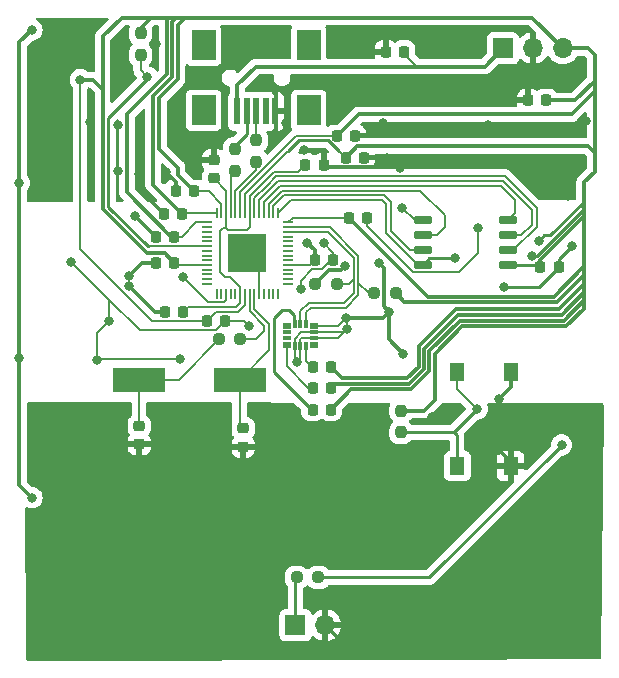
<source format=gbr>
%TF.GenerationSoftware,KiCad,Pcbnew,(7.0.0)*%
%TF.CreationDate,2023-03-11T18:24:33-08:00*%
%TF.ProjectId,pyBoard,7079426f-6172-4642-9e6b-696361645f70,rev?*%
%TF.SameCoordinates,Original*%
%TF.FileFunction,Copper,L2,Bot*%
%TF.FilePolarity,Positive*%
%FSLAX46Y46*%
G04 Gerber Fmt 4.6, Leading zero omitted, Abs format (unit mm)*
G04 Created by KiCad (PCBNEW (7.0.0)) date 2023-03-11 18:24:33*
%MOMM*%
%LPD*%
G01*
G04 APERTURE LIST*
G04 Aperture macros list*
%AMRoundRect*
0 Rectangle with rounded corners*
0 $1 Rounding radius*
0 $2 $3 $4 $5 $6 $7 $8 $9 X,Y pos of 4 corners*
0 Add a 4 corners polygon primitive as box body*
4,1,4,$2,$3,$4,$5,$6,$7,$8,$9,$2,$3,0*
0 Add four circle primitives for the rounded corners*
1,1,$1+$1,$2,$3*
1,1,$1+$1,$4,$5*
1,1,$1+$1,$6,$7*
1,1,$1+$1,$8,$9*
0 Add four rect primitives between the rounded corners*
20,1,$1+$1,$2,$3,$4,$5,0*
20,1,$1+$1,$4,$5,$6,$7,0*
20,1,$1+$1,$6,$7,$8,$9,0*
20,1,$1+$1,$8,$9,$2,$3,0*%
G04 Aperture macros list end*
%TA.AperFunction,ComponentPad*%
%ADD10R,1.700000X1.700000*%
%TD*%
%TA.AperFunction,ComponentPad*%
%ADD11O,1.700000X1.700000*%
%TD*%
%TA.AperFunction,SMDPad,CuDef*%
%ADD12RoundRect,0.050000X0.387500X0.050000X-0.387500X0.050000X-0.387500X-0.050000X0.387500X-0.050000X0*%
%TD*%
%TA.AperFunction,SMDPad,CuDef*%
%ADD13RoundRect,0.050000X0.050000X0.387500X-0.050000X0.387500X-0.050000X-0.387500X0.050000X-0.387500X0*%
%TD*%
%TA.AperFunction,SMDPad,CuDef*%
%ADD14R,3.200000X3.200000*%
%TD*%
%TA.AperFunction,SMDPad,CuDef*%
%ADD15RoundRect,0.225000X0.225000X0.250000X-0.225000X0.250000X-0.225000X-0.250000X0.225000X-0.250000X0*%
%TD*%
%TA.AperFunction,SMDPad,CuDef*%
%ADD16RoundRect,0.225000X-0.225000X-0.250000X0.225000X-0.250000X0.225000X0.250000X-0.225000X0.250000X0*%
%TD*%
%TA.AperFunction,SMDPad,CuDef*%
%ADD17RoundRect,0.225000X0.250000X-0.225000X0.250000X0.225000X-0.250000X0.225000X-0.250000X-0.225000X0*%
%TD*%
%TA.AperFunction,SMDPad,CuDef*%
%ADD18RoundRect,0.237500X0.250000X0.237500X-0.250000X0.237500X-0.250000X-0.237500X0.250000X-0.237500X0*%
%TD*%
%TA.AperFunction,SMDPad,CuDef*%
%ADD19RoundRect,0.237500X-0.237500X0.250000X-0.237500X-0.250000X0.237500X-0.250000X0.237500X0.250000X0*%
%TD*%
%TA.AperFunction,SMDPad,CuDef*%
%ADD20RoundRect,0.237500X-0.250000X-0.237500X0.250000X-0.237500X0.250000X0.237500X-0.250000X0.237500X0*%
%TD*%
%TA.AperFunction,SMDPad,CuDef*%
%ADD21R,4.500000X2.000000*%
%TD*%
%TA.AperFunction,SMDPad,CuDef*%
%ADD22R,1.300000X1.550000*%
%TD*%
%TA.AperFunction,SMDPad,CuDef*%
%ADD23R,0.650000X0.500000*%
%TD*%
%TA.AperFunction,SMDPad,CuDef*%
%ADD24R,0.750000X0.400000*%
%TD*%
%TA.AperFunction,SMDPad,CuDef*%
%ADD25R,0.400000X0.750000*%
%TD*%
%TA.AperFunction,SMDPad,CuDef*%
%ADD26R,0.500000X2.300000*%
%TD*%
%TA.AperFunction,SMDPad,CuDef*%
%ADD27R,2.000000X2.500000*%
%TD*%
%TA.AperFunction,SMDPad,CuDef*%
%ADD28RoundRect,0.237500X0.237500X-0.250000X0.237500X0.250000X-0.237500X0.250000X-0.237500X-0.250000X0*%
%TD*%
%TA.AperFunction,SMDPad,CuDef*%
%ADD29RoundRect,0.150000X-0.650000X-0.150000X0.650000X-0.150000X0.650000X0.150000X-0.650000X0.150000X0*%
%TD*%
%TA.AperFunction,ViaPad*%
%ADD30C,0.800000*%
%TD*%
%TA.AperFunction,Conductor*%
%ADD31C,0.200000*%
%TD*%
%TA.AperFunction,Conductor*%
%ADD32C,0.300000*%
%TD*%
%TA.AperFunction,Conductor*%
%ADD33C,0.250000*%
%TD*%
G04 APERTURE END LIST*
D10*
%TO.P,J2,1,Pin_1*%
%TO.N,Net-(J2-Pin_1)*%
X138809999Y-117249999D03*
D11*
%TO.P,J2,2,Pin_2*%
%TO.N,GND*%
X141349999Y-117249999D03*
%TD*%
D12*
%TO.P,U1,1,IOVDD*%
%TO.N,+3.3V*%
X138172500Y-83150000D03*
%TO.P,U1,2,GPIO0*%
%TO.N,/SDA_0*%
X138172500Y-83550000D03*
%TO.P,U1,3,GPIO1*%
%TO.N,/SCL_0*%
X138172500Y-83950000D03*
%TO.P,U1,4,GPIO2*%
%TO.N,unconnected-(U1-GPIO2-Pad4)*%
X138172500Y-84350000D03*
%TO.P,U1,5,GPIO3*%
%TO.N,unconnected-(U1-GPIO3-Pad5)*%
X138172500Y-84750000D03*
%TO.P,U1,6,GPIO4*%
%TO.N,unconnected-(U1-GPIO4-Pad6)*%
X138172500Y-85150000D03*
%TO.P,U1,7,GPIO5*%
%TO.N,unconnected-(U1-GPIO5-Pad7)*%
X138172500Y-85550000D03*
%TO.P,U1,8,GPIO6*%
%TO.N,unconnected-(U1-GPIO6-Pad8)*%
X138172500Y-85950000D03*
%TO.P,U1,9,GPIO7*%
%TO.N,unconnected-(U1-GPIO7-Pad9)*%
X138172500Y-86350000D03*
%TO.P,U1,10,IOVDD*%
%TO.N,+3.3V*%
X138172500Y-86750000D03*
%TO.P,U1,11,GPIO8*%
%TO.N,unconnected-(U1-GPIO8-Pad11)*%
X138172500Y-87150000D03*
%TO.P,U1,12,GPIO9*%
%TO.N,unconnected-(U1-GPIO9-Pad12)*%
X138172500Y-87550000D03*
%TO.P,U1,13,GPIO10*%
%TO.N,unconnected-(U1-GPIO10-Pad13)*%
X138172500Y-87950000D03*
%TO.P,U1,14,GPIO11*%
%TO.N,unconnected-(U1-GPIO11-Pad14)*%
X138172500Y-88350000D03*
D13*
%TO.P,U1,15,GPIO12*%
%TO.N,unconnected-(U1-GPIO12-Pad15)*%
X137335000Y-89187500D03*
%TO.P,U1,16,GPIO13*%
%TO.N,unconnected-(U1-GPIO13-Pad16)*%
X136935000Y-89187500D03*
%TO.P,U1,17,GPIO14*%
%TO.N,unconnected-(U1-GPIO14-Pad17)*%
X136535000Y-89187500D03*
%TO.P,U1,18,GPIO15*%
%TO.N,unconnected-(U1-GPIO15-Pad18)*%
X136135000Y-89187500D03*
%TO.P,U1,19,TESTEN*%
%TO.N,GND*%
X135735000Y-89187500D03*
%TO.P,U1,20,XIN*%
%TO.N,/XIN*%
X135335000Y-89187500D03*
%TO.P,U1,21,XOUT*%
%TO.N,/XOUT*%
X134935000Y-89187500D03*
%TO.P,U1,22,IOVDD*%
%TO.N,+3.3V*%
X134535000Y-89187500D03*
%TO.P,U1,23,DVDD*%
%TO.N,+1V1*%
X134135000Y-89187500D03*
%TO.P,U1,24,SWCLK*%
%TO.N,unconnected-(U1-SWCLK-Pad24)*%
X133735000Y-89187500D03*
%TO.P,U1,25,SWD*%
%TO.N,unconnected-(U1-SWD-Pad25)*%
X133335000Y-89187500D03*
%TO.P,U1,26,RUN*%
%TO.N,Net-(U1-RUN)*%
X132935000Y-89187500D03*
%TO.P,U1,27,GPIO16*%
%TO.N,unconnected-(U1-GPIO16-Pad27)*%
X132535000Y-89187500D03*
%TO.P,U1,28,GPIO17*%
%TO.N,unconnected-(U1-GPIO17-Pad28)*%
X132135000Y-89187500D03*
D12*
%TO.P,U1,29,GPIO18*%
%TO.N,unconnected-(U1-GPIO18-Pad29)*%
X131297500Y-88350000D03*
%TO.P,U1,30,GPIO19*%
%TO.N,unconnected-(U1-GPIO19-Pad30)*%
X131297500Y-87950000D03*
%TO.P,U1,31,GPIO20*%
%TO.N,unconnected-(U1-GPIO20-Pad31)*%
X131297500Y-87550000D03*
%TO.P,U1,32,GPIO21*%
%TO.N,unconnected-(U1-GPIO21-Pad32)*%
X131297500Y-87150000D03*
%TO.P,U1,33,IOVDD*%
%TO.N,+3.3V*%
X131297500Y-86750000D03*
%TO.P,U1,34,GPIO22*%
%TO.N,unconnected-(U1-GPIO22-Pad34)*%
X131297500Y-86350000D03*
%TO.P,U1,35,GPIO23*%
%TO.N,unconnected-(U1-GPIO23-Pad35)*%
X131297500Y-85950000D03*
%TO.P,U1,36,GPIO24*%
%TO.N,unconnected-(U1-GPIO24-Pad36)*%
X131297500Y-85550000D03*
%TO.P,U1,37,GPIO25*%
%TO.N,/LED_DataL*%
X131297500Y-85150000D03*
%TO.P,U1,38,GPIO26_ADC0*%
%TO.N,unconnected-(U1-GPIO26_ADC0-Pad38)*%
X131297500Y-84750000D03*
%TO.P,U1,39,GPIO27_ADC1*%
%TO.N,unconnected-(U1-GPIO27_ADC1-Pad39)*%
X131297500Y-84350000D03*
%TO.P,U1,40,GPIO28_ADC2*%
%TO.N,unconnected-(U1-GPIO28_ADC2-Pad40)*%
X131297500Y-83950000D03*
%TO.P,U1,41,GPIO29_ADC3*%
%TO.N,unconnected-(U1-GPIO29_ADC3-Pad41)*%
X131297500Y-83550000D03*
%TO.P,U1,42,IOVDD*%
%TO.N,+3.3V*%
X131297500Y-83150000D03*
D13*
%TO.P,U1,43,ADC_AVDD*%
X132135000Y-82312500D03*
%TO.P,U1,44,VREG_IN*%
X132535000Y-82312500D03*
%TO.P,U1,45,VREG_VOUT*%
%TO.N,+1V1*%
X132935000Y-82312500D03*
%TO.P,U1,46,USB_DM*%
%TO.N,Net-(U1-USB_DM)*%
X133335000Y-82312500D03*
%TO.P,U1,47,USB_DP*%
%TO.N,Net-(U1-USB_DP)*%
X133735000Y-82312500D03*
%TO.P,U1,48,USB_VDD*%
%TO.N,+3.3V*%
X134135000Y-82312500D03*
%TO.P,U1,49,IOVDD*%
X134535000Y-82312500D03*
%TO.P,U1,50,DVDD*%
%TO.N,+1V1*%
X134935000Y-82312500D03*
%TO.P,U1,51,QSPI_SD3*%
%TO.N,/QSPI_SD3*%
X135335000Y-82312500D03*
%TO.P,U1,52,QSPI_SCLK*%
%TO.N,/QSPI_SCLK*%
X135735000Y-82312500D03*
%TO.P,U1,53,QSPI_SD0*%
%TO.N,/QSPI_SD0*%
X136135000Y-82312500D03*
%TO.P,U1,54,QSPI_SD2*%
%TO.N,/QSPI_SD2*%
X136535000Y-82312500D03*
%TO.P,U1,55,QSPI_SD1*%
%TO.N,/QSPI_SD1*%
X136935000Y-82312500D03*
%TO.P,U1,56,QSPI_SS*%
%TO.N,/QSPI_SS*%
X137335000Y-82312500D03*
D14*
%TO.P,U1,57,GND*%
%TO.N,GND*%
X134734999Y-85749999D03*
%TD*%
D15*
%TO.P,C55,1*%
%TO.N,+1V1*%
X129310000Y-90700000D03*
%TO.P,C55,2*%
%TO.N,GND*%
X127760000Y-90700000D03*
%TD*%
D16*
%TO.P,C54,1*%
%TO.N,+1V1*%
X139660000Y-78250000D03*
%TO.P,C54,2*%
%TO.N,GND*%
X141210000Y-78250000D03*
%TD*%
D15*
%TO.P,C53,1*%
%TO.N,+3.3V*%
X130210000Y-80500000D03*
%TO.P,C53,2*%
%TO.N,GND*%
X128660000Y-80500000D03*
%TD*%
D16*
%TO.P,C52,2*%
%TO.N,GND*%
X144610000Y-77650000D03*
%TO.P,C52,1*%
%TO.N,+3.3V*%
X143060000Y-77650000D03*
%TD*%
%TO.P,C51,1*%
%TO.N,+3.3V*%
X142310000Y-75850000D03*
%TO.P,C51,2*%
%TO.N,GND*%
X143860000Y-75850000D03*
%TD*%
%TO.P,C50,1*%
%TO.N,+3.3V*%
X143310000Y-82750000D03*
%TO.P,C50,2*%
%TO.N,GND*%
X144860000Y-82750000D03*
%TD*%
%TO.P,C49,1*%
%TO.N,+3.3V*%
X140460000Y-86350000D03*
%TO.P,C49,2*%
%TO.N,GND*%
X142010000Y-86350000D03*
%TD*%
%TO.P,C48,1*%
%TO.N,+3.3V*%
X131325000Y-91500000D03*
%TO.P,C48,2*%
%TO.N,GND*%
X132875000Y-91500000D03*
%TD*%
D15*
%TO.P,C47,1*%
%TO.N,+3.3V*%
X128560000Y-86550000D03*
%TO.P,C47,2*%
%TO.N,GND*%
X127010000Y-86550000D03*
%TD*%
%TO.P,C46,1*%
%TO.N,+3.3V*%
X128560000Y-84350000D03*
%TO.P,C46,2*%
%TO.N,GND*%
X127010000Y-84350000D03*
%TD*%
%TO.P,C45,1*%
%TO.N,+3.3V*%
X129210000Y-82400000D03*
%TO.P,C45,2*%
%TO.N,GND*%
X127660000Y-82400000D03*
%TD*%
D16*
%TO.P,C44,1*%
%TO.N,Net-(U3-CS)*%
X140260000Y-99000000D03*
%TO.P,C44,2*%
%TO.N,+3.3V*%
X141810000Y-99000000D03*
%TD*%
D15*
%TO.P,C2,1*%
%TO.N,+5V*%
X148010000Y-68700000D03*
%TO.P,C2,2*%
%TO.N,GND*%
X146460000Y-68700000D03*
%TD*%
D17*
%TO.P,C4,1*%
%TO.N,GND*%
X134385000Y-102125000D03*
%TO.P,C4,2*%
%TO.N,/XIN*%
X134385000Y-100575000D03*
%TD*%
D16*
%TO.P,C3,1*%
%TO.N,+3.3V*%
X159560000Y-86900000D03*
%TO.P,C3,2*%
%TO.N,GND*%
X161110000Y-86900000D03*
%TD*%
%TO.P,C6,1*%
%TO.N,Net-(U3-VDD)*%
X140260000Y-97150000D03*
%TO.P,C6,2*%
%TO.N,+3.3V*%
X141810000Y-97150000D03*
%TD*%
D10*
%TO.P,PWR2,1,Vin*%
%TO.N,+5V*%
X156384999Y-68399999D03*
D11*
%TO.P,PWR2,2,GND*%
%TO.N,GND*%
X158924999Y-68399999D03*
%TO.P,PWR2,3,Vout*%
%TO.N,+3.3V*%
X161464999Y-68399999D03*
%TD*%
D18*
%TO.P,R1,1*%
%TO.N,/QSPI_SS*%
X140747500Y-113200000D03*
%TO.P,R1,2*%
%TO.N,Net-(J2-Pin_1)*%
X138922500Y-113200000D03*
%TD*%
D19*
%TO.P,R9,1*%
%TO.N,+3.3V*%
X147750000Y-99087500D03*
%TO.P,R9,2*%
%TO.N,Net-(U1-RUN)*%
X147750000Y-100912500D03*
%TD*%
D20*
%TO.P,R8,1*%
%TO.N,+3.3V*%
X140472500Y-88350000D03*
%TO.P,R8,2*%
%TO.N,/SCL_0*%
X142297500Y-88350000D03*
%TD*%
D15*
%TO.P,C1,1*%
%TO.N,+3.3V*%
X160060000Y-72800000D03*
%TO.P,C1,2*%
%TO.N,GND*%
X158510000Y-72800000D03*
%TD*%
D19*
%TO.P,R7,1*%
%TO.N,+3.3V*%
X125700000Y-67137500D03*
%TO.P,R7,2*%
%TO.N,/LED_DataL*%
X125700000Y-68962500D03*
%TD*%
D18*
%TO.P,R5,1*%
%TO.N,+3.3V*%
X147297500Y-89150000D03*
%TO.P,R5,2*%
%TO.N,/SDA_0*%
X145472500Y-89150000D03*
%TD*%
D16*
%TO.P,C43,1*%
%TO.N,Net-(U3-VDDIO)*%
X140260000Y-95400000D03*
%TO.P,C43,2*%
%TO.N,+3.3V*%
X141810000Y-95400000D03*
%TD*%
D17*
%TO.P,C5,1*%
%TO.N,GND*%
X125585000Y-101925000D03*
%TO.P,C5,2*%
%TO.N,Net-(C5-Pad2)*%
X125585000Y-100375000D03*
%TD*%
D21*
%TO.P,Y1,2,2*%
%TO.N,/XIN*%
X134084999Y-96449999D03*
%TO.P,Y1,1,1*%
%TO.N,Net-(C5-Pad2)*%
X125584999Y-96449999D03*
%TD*%
D22*
%TO.P,SW1,1,1*%
%TO.N,GND*%
X157034999Y-103774999D03*
X157034999Y-95824999D03*
%TO.P,SW1,2,2*%
%TO.N,Net-(U1-RUN)*%
X152534999Y-103774999D03*
X152534999Y-95824999D03*
%TD*%
D23*
%TO.P,U3,1,SDO/SA0*%
%TO.N,GND*%
X140409999Y-91899999D03*
D24*
%TO.P,U3,2,SDx*%
X140409999Y-92449999D03*
%TO.P,U3,3,SCx*%
X140409999Y-92949999D03*
D23*
%TO.P,U3,4,INT1*%
%TO.N,unconnected-(U3-INT1-Pad4)*%
X140409999Y-93499999D03*
D25*
%TO.P,U3,5,VDDIO*%
%TO.N,Net-(U3-VDDIO)*%
X139734999Y-93624999D03*
%TO.P,U3,6,GND*%
%TO.N,GND*%
X139234999Y-93624999D03*
%TO.P,U3,7,GND*%
X138734999Y-93624999D03*
D23*
%TO.P,U3,8,VDD*%
%TO.N,Net-(U3-VDD)*%
X138059999Y-93499999D03*
D24*
%TO.P,U3,9,INT2*%
%TO.N,unconnected-(U3-INT2-Pad9)*%
X138059999Y-92949999D03*
%TO.P,U3,10,NC*%
%TO.N,unconnected-(U3-NC-Pad10)*%
X138059999Y-92449999D03*
D23*
%TO.P,U3,11,NC*%
%TO.N,unconnected-(U3-NC-Pad11)*%
X138059999Y-91899999D03*
D25*
%TO.P,U3,12,CS*%
%TO.N,Net-(U3-CS)*%
X138734999Y-91774999D03*
%TO.P,U3,13,SCL*%
%TO.N,/SCL_0*%
X139234999Y-91774999D03*
%TO.P,U3,14,SDA*%
%TO.N,/SDA_0*%
X139734999Y-91774999D03*
%TD*%
D20*
%TO.P,R4,1*%
%TO.N,Net-(C5-Pad2)*%
X132322500Y-93050000D03*
%TO.P,R4,2*%
%TO.N,/XOUT*%
X134147500Y-93050000D03*
%TD*%
D19*
%TO.P,R2,1*%
%TO.N,/USB_D+*%
X135485000Y-76187500D03*
%TO.P,R2,2*%
%TO.N,Net-(U1-USB_DP)*%
X135485000Y-78012500D03*
%TD*%
D26*
%TO.P,J1,1,VBUS*%
%TO.N,+5V*%
X133884999Y-73749999D03*
%TO.P,J1,2,D-*%
%TO.N,/USB_D-*%
X134684999Y-73749999D03*
%TO.P,J1,3,D+*%
%TO.N,/USB_D+*%
X135484999Y-73749999D03*
%TO.P,J1,4,ID*%
%TO.N,unconnected-(J1-ID-Pad4)*%
X136284999Y-73749999D03*
%TO.P,J1,5,GND*%
%TO.N,GND*%
X137084999Y-73749999D03*
D27*
%TO.P,J1,SH*%
%TO.N,N/C*%
X139934999Y-68149999D03*
X131034999Y-68149999D03*
X139934999Y-73649999D03*
X131034999Y-73649999D03*
%TD*%
D28*
%TO.P,R3,1*%
%TO.N,Net-(U1-USB_DM)*%
X133685000Y-78762500D03*
%TO.P,R3,2*%
%TO.N,/USB_D-*%
X133685000Y-76937500D03*
%TD*%
D29*
%TO.P,U2,1,~{CS}*%
%TO.N,/QSPI_SS*%
X149585000Y-86755000D03*
%TO.P,U2,2,DO(IO1)*%
%TO.N,/QSPI_SD1*%
X149585000Y-85485000D03*
%TO.P,U2,3,IO2*%
%TO.N,/QSPI_SD2*%
X149585000Y-84215000D03*
%TO.P,U2,4,GND*%
%TO.N,GND*%
X149585000Y-82945000D03*
%TO.P,U2,5,DI(IO0)*%
%TO.N,/QSPI_SD0*%
X156785000Y-82945000D03*
%TO.P,U2,6,CLK*%
%TO.N,/QSPI_SCLK*%
X156785000Y-84215000D03*
%TO.P,U2,7,IO3*%
%TO.N,/QSPI_SD3*%
X156785000Y-85485000D03*
%TO.P,U2,8,VCC*%
%TO.N,+3.3V*%
X156785000Y-86755000D03*
%TD*%
D17*
%TO.P,C56,1*%
%TO.N,+1V1*%
X131885000Y-79425000D03*
%TO.P,C56,2*%
%TO.N,GND*%
X131885000Y-77875000D03*
%TD*%
D30*
%TO.N,GND*%
X119450000Y-78950000D03*
X143200000Y-92200000D03*
X163400000Y-74600000D03*
X156500000Y-88600000D03*
X162200000Y-85150000D03*
X139250000Y-88800000D03*
X154300000Y-83600000D03*
X129000000Y-94750000D03*
X122000000Y-94800000D03*
X123050000Y-91500000D03*
X134900000Y-91900000D03*
X119850000Y-86500000D03*
X150400000Y-99600000D03*
X119100000Y-74900000D03*
X139550000Y-77000000D03*
X155150000Y-74900000D03*
X147450000Y-71900000D03*
X138050000Y-74700000D03*
X117050000Y-80100000D03*
X117600000Y-69700000D03*
X123800000Y-74900000D03*
X123750000Y-78750000D03*
X123850000Y-67600000D03*
X123600000Y-72050000D03*
X127050000Y-68050000D03*
X121450000Y-74650000D03*
X129100000Y-74550000D03*
X161900000Y-80950000D03*
X160050000Y-78800000D03*
X155800000Y-78000000D03*
%TO.N,+3.3V*%
X159450000Y-84700000D03*
X158850000Y-85950000D03*
%TO.N,GND*%
X139700000Y-104150000D03*
X161300000Y-106700000D03*
X159200000Y-107050000D03*
X159500000Y-110850000D03*
X156450000Y-110900000D03*
X154150000Y-106850000D03*
X119950000Y-102550000D03*
X116650000Y-111200000D03*
X118800000Y-106800000D03*
X122400000Y-106700000D03*
X122750000Y-110600000D03*
X132050000Y-106700000D03*
X131250000Y-110800000D03*
X139400000Y-107300000D03*
X138700000Y-110900000D03*
X147250000Y-107250000D03*
X146950000Y-111050000D03*
X146750000Y-90700000D03*
X147950000Y-94250000D03*
X143100000Y-91250000D03*
X145900000Y-86600000D03*
%TO.N,+3.3V*%
X120600000Y-71050000D03*
X143035500Y-86800000D03*
X139800000Y-84850000D03*
%TO.N,/QSPI_SS*%
X152350000Y-86200000D03*
X161350000Y-102000000D03*
%TO.N,Net-(U1-RUN)*%
X154200000Y-98950000D03*
X129300000Y-87775500D03*
%TO.N,+5V*%
X115450000Y-94600000D03*
X115450000Y-79800000D03*
X116500000Y-106450000D03*
X116500000Y-66850000D03*
%TO.N,GND*%
X147650000Y-78550000D03*
X127850000Y-78900000D03*
X125550000Y-79050000D03*
X138950000Y-95000000D03*
X130300000Y-77400000D03*
X143700000Y-119250000D03*
X156050000Y-98100000D03*
X156050000Y-102450000D03*
X133100000Y-102100000D03*
X123850000Y-101950000D03*
X144550000Y-68650000D03*
X156700000Y-71950000D03*
X146250000Y-74750000D03*
X146550000Y-77650000D03*
X139650000Y-71050000D03*
X125250000Y-82600000D03*
X124700000Y-87650000D03*
X124700000Y-88500000D03*
X147850000Y-81900000D03*
X141200000Y-84900000D03*
X134750000Y-85700000D03*
X134750000Y-84700000D03*
X134750000Y-86700000D03*
X133750000Y-85700000D03*
X135750000Y-85700000D03*
X135750000Y-86700000D03*
X133750000Y-86700000D03*
X133750000Y-84700000D03*
X135750000Y-84700000D03*
%TO.N,/LED_DataL*%
X126285000Y-70850000D03*
%TD*%
D31*
%TO.N,GND*%
X139300000Y-92450000D02*
X140410000Y-92450000D01*
X138735000Y-93625000D02*
X138735000Y-93015000D01*
X138735000Y-93015000D02*
X139300000Y-92450000D01*
X139235000Y-93050000D02*
X139335000Y-92950000D01*
X139335000Y-92950000D02*
X140410000Y-92950000D01*
X139235000Y-93625000D02*
X139235000Y-93050000D01*
X143200000Y-91350000D02*
X143100000Y-91250000D01*
X143200000Y-92200000D02*
X143200000Y-91350000D01*
X142450000Y-92950000D02*
X143200000Y-92200000D01*
X140410000Y-92950000D02*
X142450000Y-92950000D01*
X142950000Y-92450000D02*
X143200000Y-92200000D01*
X140410000Y-92450000D02*
X142950000Y-92450000D01*
D32*
%TO.N,+3.3V*%
X144035000Y-76675000D02*
X163575000Y-76675000D01*
X143060000Y-77650000D02*
X144035000Y-76675000D01*
X163575000Y-76675000D02*
X164150000Y-77250000D01*
X164150000Y-77250000D02*
X164150000Y-78850000D01*
X164150000Y-71700000D02*
X164150000Y-77250000D01*
X162500000Y-72800000D02*
X164150000Y-71150000D01*
X160060000Y-72800000D02*
X162500000Y-72800000D01*
X164150000Y-70700000D02*
X164150000Y-71700000D01*
X164150000Y-68950000D02*
X164150000Y-70700000D01*
X164150000Y-71150000D02*
X164150000Y-70700000D01*
X164150000Y-72050000D02*
X164150000Y-71700000D01*
X144160000Y-74000000D02*
X162200000Y-74000000D01*
X142310000Y-75850000D02*
X144160000Y-74000000D01*
X162200000Y-74000000D02*
X164150000Y-72050000D01*
X163250000Y-79750000D02*
X163250000Y-81500000D01*
X164150000Y-78850000D02*
X163250000Y-79750000D01*
X163600000Y-68400000D02*
X164150000Y-68950000D01*
X161465000Y-68400000D02*
X163600000Y-68400000D01*
D33*
%TO.N,GND*%
X159410000Y-88600000D02*
X161110000Y-86900000D01*
X156500000Y-88600000D02*
X159410000Y-88600000D01*
X161110000Y-86240000D02*
X162200000Y-85150000D01*
X161110000Y-86900000D02*
X161110000Y-86240000D01*
D31*
X141061104Y-87125000D02*
X141836104Y-86350000D01*
X141836104Y-86350000D02*
X142010000Y-86350000D01*
X140250686Y-87125000D02*
X141061104Y-87125000D01*
X139250000Y-88125686D02*
X140250686Y-87125000D01*
X139250000Y-88800000D02*
X139250000Y-88125686D01*
X152651396Y-87355000D02*
X154300000Y-85706396D01*
X148748604Y-87355000D02*
X152651396Y-87355000D01*
X154300000Y-85706396D02*
X154300000Y-83600000D01*
X144860000Y-83466396D02*
X148748604Y-87355000D01*
X144860000Y-82750000D02*
X144860000Y-83466396D01*
X142450000Y-91900000D02*
X143100000Y-91250000D01*
X140410000Y-91900000D02*
X142450000Y-91900000D01*
X122050000Y-94750000D02*
X122000000Y-94800000D01*
X129000000Y-94750000D02*
X122050000Y-94750000D01*
X122000000Y-92550000D02*
X123050000Y-91500000D01*
X122000000Y-94800000D02*
X122000000Y-92550000D01*
X123050000Y-89700000D02*
X122950000Y-89600000D01*
X122950000Y-89600000D02*
X119850000Y-86500000D01*
X123050000Y-91500000D02*
X123050000Y-89700000D01*
X125625000Y-92275000D02*
X122950000Y-89600000D01*
X134500000Y-91500000D02*
X134900000Y-91900000D01*
X132875000Y-91500000D02*
X134500000Y-91500000D01*
X132100000Y-92275000D02*
X125625000Y-92275000D01*
X132875000Y-91500000D02*
X132100000Y-92275000D01*
%TO.N,+3.3V*%
X126710050Y-91500000D02*
X120600000Y-85389950D01*
X120600000Y-85389950D02*
X120600000Y-71050000D01*
X131325000Y-91500000D02*
X126710050Y-91500000D01*
X134535000Y-90165686D02*
X134535000Y-89187500D01*
X133975686Y-90725000D02*
X134535000Y-90165686D01*
X132100000Y-90725000D02*
X133975686Y-90725000D01*
X131325000Y-91500000D02*
X132100000Y-90725000D01*
D33*
%TO.N,Net-(U1-RUN)*%
X152237500Y-100912500D02*
X154200000Y-98950000D01*
X147750000Y-100912500D02*
X152237500Y-100912500D01*
X152500000Y-103700000D02*
X152500000Y-101175000D01*
X152535000Y-103735000D02*
X152500000Y-103700000D01*
X152535000Y-103775000D02*
X152535000Y-103735000D01*
X152500000Y-101175000D02*
X152237500Y-100912500D01*
D32*
%TO.N,GND*%
X141435000Y-78475000D02*
X147575000Y-78475000D01*
X141210000Y-78250000D02*
X141435000Y-78475000D01*
D33*
%TO.N,+3.3V*%
X139100000Y-76200000D02*
X141610000Y-76200000D01*
X138203628Y-77096372D02*
X139100000Y-76200000D01*
X138203628Y-77100000D02*
X138203628Y-77096372D01*
X141610000Y-76200000D02*
X142510000Y-77100000D01*
%TO.N,/LED_DataL*%
X122975000Y-74275000D02*
X126285000Y-70965000D01*
X122975000Y-81803248D02*
X122975000Y-74275000D01*
X126285000Y-70965000D02*
X126285000Y-70850000D01*
X126321752Y-85150000D02*
X122975000Y-81803248D01*
X126400000Y-85150000D02*
X126321752Y-85150000D01*
D32*
%TO.N,+3.3V*%
X128850000Y-71000000D02*
X128850000Y-66450000D01*
X127250000Y-76900000D02*
X127250000Y-72600000D01*
X128850000Y-79140000D02*
X128850000Y-78500000D01*
X127250000Y-72600000D02*
X128850000Y-71000000D01*
X130210000Y-80500000D02*
X128850000Y-79140000D01*
X128850000Y-78500000D02*
X127250000Y-76900000D01*
X128850000Y-66450000D02*
X129500000Y-65800000D01*
D33*
X163150000Y-81500000D02*
X163250000Y-81500000D01*
X160400000Y-84250000D02*
X163150000Y-81500000D01*
D32*
X163250000Y-81500000D02*
X163250000Y-82000000D01*
D33*
X159450000Y-84700000D02*
X159900000Y-84250000D01*
X159900000Y-84250000D02*
X160400000Y-84250000D01*
X159300000Y-85950000D02*
X163250000Y-82000000D01*
D32*
X163250000Y-82000000D02*
X163250000Y-82600000D01*
D33*
X158850000Y-85950000D02*
X159300000Y-85950000D01*
D32*
%TO.N,GND*%
X146200000Y-91250000D02*
X146750000Y-90700000D01*
X143100000Y-91250000D02*
X146200000Y-91250000D01*
X146750000Y-93050000D02*
X147950000Y-94250000D01*
X146750000Y-90700000D02*
X146750000Y-93050000D01*
X146310000Y-90260000D02*
X146750000Y-90700000D01*
X146310000Y-87010000D02*
X146310000Y-90260000D01*
X145900000Y-86600000D02*
X146310000Y-87010000D01*
%TO.N,+3.3V*%
X142760000Y-96350000D02*
X141810000Y-95400000D01*
X148300000Y-96350000D02*
X142760000Y-96350000D01*
X149250000Y-95400000D02*
X148300000Y-96350000D01*
X149250000Y-93600000D02*
X149250000Y-95400000D01*
X152400000Y-90450000D02*
X149250000Y-93600000D01*
X161150000Y-90450000D02*
X152400000Y-90450000D01*
X163250000Y-88350000D02*
X161150000Y-90450000D01*
X149700000Y-95550000D02*
X148450000Y-96800000D01*
X149700000Y-93850000D02*
X149700000Y-95550000D01*
X161350000Y-90950000D02*
X152600000Y-90950000D01*
X152600000Y-90950000D02*
X149700000Y-93850000D01*
X163250000Y-89050000D02*
X161350000Y-90950000D01*
X148450000Y-96800000D02*
X142160000Y-96800000D01*
X142160000Y-96800000D02*
X141810000Y-97150000D01*
X148600000Y-97250000D02*
X143560000Y-97250000D01*
X143560000Y-97250000D02*
X141810000Y-99000000D01*
X150150000Y-95700000D02*
X148600000Y-97250000D01*
X152750000Y-91450000D02*
X150150000Y-94050000D01*
X150150000Y-94050000D02*
X150150000Y-95700000D01*
X161550000Y-91450000D02*
X152750000Y-91450000D01*
X163250000Y-89750000D02*
X161550000Y-91450000D01*
X149662500Y-99087500D02*
X147750000Y-99087500D01*
X150600000Y-98150000D02*
X149662500Y-99087500D01*
X152900000Y-91950000D02*
X150600000Y-94250000D01*
X161750000Y-91950000D02*
X152900000Y-91950000D01*
X163250000Y-90450000D02*
X161750000Y-91950000D01*
X150600000Y-94250000D02*
X150600000Y-98150000D01*
D31*
%TO.N,+1V1*%
X133810000Y-90325000D02*
X129685000Y-90325000D01*
X134135000Y-90000000D02*
X133810000Y-90325000D01*
X129685000Y-90325000D02*
X129310000Y-90700000D01*
%TO.N,+3.3V*%
X128760000Y-86750000D02*
X128560000Y-86550000D01*
X131297500Y-86750000D02*
X128760000Y-86750000D01*
D32*
X121650000Y-71050000D02*
X122500000Y-71900000D01*
X122500000Y-71900000D02*
X122500000Y-70337500D01*
X120600000Y-71050000D02*
X121650000Y-71050000D01*
X122500000Y-82000000D02*
X122500000Y-71900000D01*
X142660500Y-87175000D02*
X143035500Y-86800000D01*
X141647500Y-87175000D02*
X142660500Y-87175000D01*
X140472500Y-88350000D02*
X141647500Y-87175000D01*
X140460000Y-85510000D02*
X139800000Y-84850000D01*
X140460000Y-86350000D02*
X140460000Y-85510000D01*
D31*
X134135000Y-82312500D02*
X134135000Y-80610140D01*
X134535000Y-82312500D02*
X134535000Y-80768628D01*
D33*
%TO.N,/QSPI_SS*%
X152350000Y-86200000D02*
X150140000Y-86200000D01*
X150140000Y-86200000D02*
X149585000Y-86755000D01*
X150150000Y-113200000D02*
X161350000Y-102000000D01*
X140747500Y-113200000D02*
X150150000Y-113200000D01*
D32*
%TO.N,+3.3V*%
X163250000Y-89750000D02*
X163250000Y-90450000D01*
D31*
%TO.N,Net-(U1-RUN)*%
X154200000Y-98950000D02*
X152535000Y-97285000D01*
X131449500Y-89925000D02*
X129300000Y-87775500D01*
X152535000Y-97285000D02*
X152535000Y-95825000D01*
X132729975Y-89925000D02*
X131449500Y-89925000D01*
X132935000Y-89719975D02*
X132729975Y-89925000D01*
X132935000Y-89187500D02*
X132935000Y-89719975D01*
%TO.N,+3.3V*%
X140060000Y-86750000D02*
X140460000Y-86350000D01*
X138172500Y-86750000D02*
X140060000Y-86750000D01*
D32*
%TO.N,+5V*%
X115450000Y-67900000D02*
X115450000Y-80900000D01*
X115450000Y-80900000D02*
X115450000Y-105400000D01*
X115450000Y-79800000D02*
X115450000Y-80900000D01*
X115450000Y-105400000D02*
X116500000Y-106450000D01*
X116500000Y-66850000D02*
X115450000Y-67900000D01*
%TO.N,GND*%
X147575000Y-78475000D02*
X147650000Y-78550000D01*
%TO.N,+3.3V*%
X128350000Y-66150000D02*
X128700000Y-65800000D01*
X128350000Y-70850000D02*
X128350000Y-66150000D01*
X126750000Y-72450000D02*
X128350000Y-70850000D01*
X126750000Y-79940000D02*
X126750000Y-72450000D01*
X129210000Y-82400000D02*
X126750000Y-79940000D01*
%TO.N,GND*%
X128660000Y-79710000D02*
X127850000Y-78900000D01*
X128660000Y-80500000D02*
X128660000Y-79710000D01*
X125550000Y-80290000D02*
X125550000Y-79050000D01*
X127660000Y-82400000D02*
X125550000Y-80290000D01*
%TO.N,+3.3V*%
X127900000Y-70600000D02*
X127900000Y-65800000D01*
X124550000Y-80601827D02*
X124550000Y-73950000D01*
X128298173Y-84350000D02*
X124550000Y-80601827D01*
X128560000Y-84350000D02*
X128298173Y-84350000D01*
X124550000Y-73950000D02*
X127900000Y-70600000D01*
D31*
%TO.N,GND*%
X148895000Y-82945000D02*
X147850000Y-81900000D01*
X149585000Y-82945000D02*
X148895000Y-82945000D01*
X135735000Y-86715000D02*
X135750000Y-86700000D01*
X135735000Y-89187500D02*
X135735000Y-86715000D01*
%TO.N,+1V1*%
X132700000Y-83600000D02*
X132935000Y-83600000D01*
X132400000Y-87350000D02*
X132400000Y-83900000D01*
X133279975Y-87800000D02*
X132850000Y-87800000D01*
X134135000Y-88655025D02*
X133279975Y-87800000D01*
X132850000Y-87800000D02*
X132400000Y-87350000D01*
X132400000Y-83900000D02*
X132700000Y-83600000D01*
X134135000Y-89187500D02*
X134135000Y-88655025D01*
%TO.N,GND*%
X142010000Y-85710000D02*
X141200000Y-84900000D01*
X142010000Y-86350000D02*
X142010000Y-85710000D01*
X138735000Y-94785000D02*
X138950000Y-95000000D01*
X138735000Y-93625000D02*
X138735000Y-94785000D01*
X139235000Y-94715000D02*
X138950000Y-95000000D01*
X139235000Y-93625000D02*
X139235000Y-94715000D01*
D32*
X139585000Y-71050000D02*
X139650000Y-71050000D01*
X144610000Y-77650000D02*
X146550000Y-77650000D01*
X144600000Y-68700000D02*
X144550000Y-68650000D01*
X146460000Y-68700000D02*
X144600000Y-68700000D01*
X158510000Y-72800000D02*
X157550000Y-72800000D01*
X157550000Y-72800000D02*
X156700000Y-71950000D01*
X156050000Y-98100000D02*
X156050000Y-102450000D01*
X157035000Y-103435000D02*
X156050000Y-102450000D01*
X157035000Y-103775000D02*
X157035000Y-103435000D01*
X157035000Y-97115000D02*
X156050000Y-98100000D01*
X157035000Y-95825000D02*
X157035000Y-97115000D01*
X143350000Y-119250000D02*
X143700000Y-119250000D01*
X141350000Y-117250000D02*
X143350000Y-119250000D01*
X133125000Y-102125000D02*
X133100000Y-102100000D01*
X134385000Y-102125000D02*
X133125000Y-102125000D01*
X123875000Y-101925000D02*
X123850000Y-101950000D01*
X125585000Y-101925000D02*
X123875000Y-101925000D01*
X127760000Y-90700000D02*
X126900000Y-90700000D01*
X126900000Y-90700000D02*
X124700000Y-88500000D01*
X130775000Y-77875000D02*
X130300000Y-77400000D01*
X131885000Y-77875000D02*
X130775000Y-77875000D01*
X127000000Y-84350000D02*
X125250000Y-82600000D01*
X127010000Y-84350000D02*
X127000000Y-84350000D01*
X125800000Y-86550000D02*
X124700000Y-87650000D01*
X127010000Y-86550000D02*
X125800000Y-86550000D01*
%TO.N,+3.3V*%
X122500000Y-67400000D02*
X122500000Y-70337500D01*
X124100000Y-65800000D02*
X122500000Y-67400000D01*
X126600000Y-65800000D02*
X124100000Y-65800000D01*
X126225000Y-85725000D02*
X122500000Y-82000000D01*
X127735000Y-85725000D02*
X126225000Y-85725000D01*
X128560000Y-86550000D02*
X127735000Y-85725000D01*
X127900000Y-65800000D02*
X128700000Y-65800000D01*
X126600000Y-65800000D02*
X127900000Y-65800000D01*
X128700000Y-65800000D02*
X129500000Y-65800000D01*
X129500000Y-65800000D02*
X158865000Y-65800000D01*
X125700000Y-66700000D02*
X126600000Y-65800000D01*
X125700000Y-67137500D02*
X125700000Y-66700000D01*
D31*
%TO.N,/LED_DataL*%
X125700000Y-70265000D02*
X126285000Y-70850000D01*
X125700000Y-68962500D02*
X125700000Y-70265000D01*
X131297500Y-85150000D02*
X126400000Y-85150000D01*
D32*
%TO.N,+3.3V*%
X158865000Y-65800000D02*
X161465000Y-68400000D01*
X163250000Y-89050000D02*
X163250000Y-89750000D01*
X163250000Y-88600000D02*
X163250000Y-88350000D01*
X163250000Y-89050000D02*
X163250000Y-88600000D01*
X163250000Y-87600000D02*
X163250000Y-88350000D01*
X160950000Y-89900000D02*
X163250000Y-87600000D01*
X147297500Y-89150000D02*
X148047500Y-89900000D01*
X148047500Y-89900000D02*
X160950000Y-89900000D01*
X156500000Y-89450000D02*
X160700000Y-89450000D01*
X150000000Y-89450000D02*
X156500000Y-89450000D01*
X149160000Y-88610000D02*
X150000000Y-89450000D01*
X149160000Y-88600000D02*
X149160000Y-88610000D01*
X163250000Y-86950000D02*
X163250000Y-87600000D01*
X143310000Y-82750000D02*
X149160000Y-88600000D01*
X163200000Y-86950000D02*
X163250000Y-86950000D01*
X163250000Y-82600000D02*
X163250000Y-86950000D01*
X160700000Y-89450000D02*
X163200000Y-86950000D01*
X159560000Y-86900000D02*
X159560000Y-86290000D01*
X159560000Y-86290000D02*
X163250000Y-82600000D01*
D31*
%TO.N,+5V*%
X148010000Y-68875000D02*
X149085000Y-69950000D01*
X148010000Y-68700000D02*
X148010000Y-68875000D01*
D32*
X149085000Y-69950000D02*
X154835000Y-69950000D01*
X135485000Y-69950000D02*
X149085000Y-69950000D01*
D31*
%TO.N,/SDA_0*%
X145035000Y-89150000D02*
X144135000Y-88250000D01*
X145472500Y-89150000D02*
X145035000Y-89150000D01*
X144135000Y-88250000D02*
X144135000Y-85984314D01*
X144135000Y-89315686D02*
X144135000Y-88250000D01*
%TO.N,/SCL_0*%
X143335000Y-88350000D02*
X143735000Y-87950000D01*
X143735000Y-86150000D02*
X143735000Y-87950000D01*
X143735000Y-87950000D02*
X143735000Y-89150000D01*
X142297500Y-88350000D02*
X143335000Y-88350000D01*
%TO.N,/SDA_0*%
X141700685Y-83550000D02*
X138172500Y-83550000D01*
X143100686Y-90350000D02*
X144135000Y-89315686D01*
X140100686Y-90350000D02*
X143100686Y-90350000D01*
X139735000Y-90715686D02*
X140100686Y-90350000D01*
X139735000Y-91775000D02*
X139735000Y-90715686D01*
X144135000Y-85984314D02*
X141700685Y-83550000D01*
%TO.N,/SCL_0*%
X143735000Y-89150000D02*
X142935000Y-89950000D01*
X142935000Y-89950000D02*
X139935000Y-89950000D01*
X139935000Y-89950000D02*
X139235000Y-90650000D01*
X139235000Y-90650000D02*
X139235000Y-91775000D01*
X141535000Y-83950000D02*
X143735000Y-86150000D01*
X138172500Y-83950000D02*
X141535000Y-83950000D01*
%TO.N,/USB_D+*%
X135485000Y-76187500D02*
X135485000Y-73750000D01*
%TO.N,Net-(U1-USB_DP)*%
X133735000Y-80444454D02*
X133735000Y-82312500D01*
X135485000Y-78694454D02*
X133735000Y-80444454D01*
X135485000Y-78012500D02*
X135485000Y-78694454D01*
%TO.N,+3.3V*%
X138895140Y-75850000D02*
X142310000Y-75850000D01*
X134135000Y-80610140D02*
X138895140Y-75850000D01*
X142510000Y-77100000D02*
X143060000Y-77650000D01*
X134535000Y-80768628D02*
X138203628Y-77100000D01*
%TO.N,+1V1*%
X137019314Y-78850000D02*
X134935000Y-80934314D01*
X139060000Y-78850000D02*
X137019314Y-78850000D01*
X134935000Y-80934314D02*
X134935000Y-82312500D01*
X139660000Y-78250000D02*
X139060000Y-78850000D01*
%TO.N,+3.3V*%
X138572500Y-82750000D02*
X138172500Y-83150000D01*
X143310000Y-82750000D02*
X138572500Y-82750000D01*
%TO.N,+1V1*%
X134135000Y-90000000D02*
X134135000Y-89187500D01*
%TO.N,Net-(C5-Pad2)*%
X125585000Y-100375000D02*
X125585000Y-96450000D01*
%TO.N,/XIN*%
X134385000Y-100575000D02*
X134085000Y-100275000D01*
X134085000Y-100275000D02*
X134085000Y-96450000D01*
%TO.N,/XOUT*%
X134935000Y-90665686D02*
X134935000Y-89187500D01*
X136160000Y-91890686D02*
X134935000Y-90665686D01*
X136160000Y-92375000D02*
X136160000Y-91890686D01*
X135485000Y-93050000D02*
X136160000Y-92375000D01*
X134147500Y-93050000D02*
X135485000Y-93050000D01*
%TO.N,Net-(C5-Pad2)*%
X128922500Y-96450000D02*
X132322500Y-93050000D01*
X125585000Y-96450000D02*
X128922500Y-96450000D01*
%TO.N,/XIN*%
X135335000Y-90500000D02*
X135335000Y-89187500D01*
X136560000Y-91725000D02*
X135335000Y-90500000D01*
X136560000Y-93975000D02*
X136560000Y-91725000D01*
X134085000Y-96450000D02*
X136560000Y-93975000D01*
%TO.N,+3.3V*%
X129235000Y-84350000D02*
X128560000Y-84350000D01*
X130435000Y-83150000D02*
X129235000Y-84350000D01*
X131297500Y-83150000D02*
X130435000Y-83150000D01*
X129297500Y-82312500D02*
X129210000Y-82400000D01*
X132135000Y-82312500D02*
X129297500Y-82312500D01*
X131485000Y-80500000D02*
X130210000Y-80500000D01*
X132535000Y-81550000D02*
X131485000Y-80500000D01*
X132535000Y-82312500D02*
X132535000Y-81550000D01*
%TO.N,+1V1*%
X132935000Y-80475000D02*
X131885000Y-79425000D01*
X132935000Y-82312500D02*
X132935000Y-80475000D01*
D33*
%TO.N,Net-(U3-CS)*%
X138710000Y-91025000D02*
X138710000Y-91775000D01*
X138235000Y-90550000D02*
X138710000Y-91025000D01*
X137685000Y-90550000D02*
X138235000Y-90550000D01*
X136985000Y-91250000D02*
X137685000Y-90550000D01*
X136985000Y-95800000D02*
X136985000Y-91250000D01*
X140185000Y-99000000D02*
X136985000Y-95800000D01*
X140260000Y-99000000D02*
X140185000Y-99000000D01*
D31*
%TO.N,Net-(U3-VDD)*%
X139885000Y-97150000D02*
X140260000Y-97150000D01*
X138060000Y-95325000D02*
X139885000Y-97150000D01*
X138060000Y-95325000D02*
X138060000Y-93500000D01*
%TO.N,Net-(U3-VDDIO)*%
X139735000Y-94875000D02*
X139735000Y-93625000D01*
X140260000Y-95400000D02*
X139735000Y-94875000D01*
D33*
%TO.N,+3.3V*%
X159415000Y-86755000D02*
X159560000Y-86900000D01*
X156785000Y-86755000D02*
X159415000Y-86755000D01*
%TO.N,Net-(J2-Pin_1)*%
X138810000Y-113312500D02*
X138810000Y-117250000D01*
X138922500Y-113200000D02*
X138810000Y-113312500D01*
D31*
%TO.N,+1V1*%
X134685000Y-83750000D02*
X134335000Y-83750000D01*
X134935000Y-83500000D02*
X134685000Y-83750000D01*
X134935000Y-82312500D02*
X134935000Y-83500000D01*
X134335000Y-83750000D02*
X133085000Y-83750000D01*
X132935000Y-83600000D02*
X132935000Y-82312500D01*
X133085000Y-83750000D02*
X132935000Y-83600000D01*
D32*
%TO.N,+5V*%
X154835000Y-69950000D02*
X156385000Y-68400000D01*
X133885000Y-71550000D02*
X135485000Y-69950000D01*
X133885000Y-73750000D02*
X133885000Y-71550000D01*
D33*
%TO.N,/USB_D-*%
X134685000Y-75650000D02*
X134685000Y-73750000D01*
X133685000Y-76937500D02*
X133685000Y-76650000D01*
X133685000Y-76650000D02*
X134685000Y-75650000D01*
D31*
%TO.N,/QSPI_SS*%
X146485000Y-81565686D02*
X146169314Y-81250000D01*
X146169314Y-81250000D02*
X138397500Y-81250000D01*
X146485000Y-84015685D02*
X146485000Y-81565686D01*
X149585000Y-86755000D02*
X149224314Y-86755000D01*
X138397500Y-81250000D02*
X137335000Y-82312500D01*
X149224314Y-86755000D02*
X146485000Y-84015685D01*
%TO.N,Net-(U1-USB_DM)*%
X133335000Y-79112500D02*
X133335000Y-82312500D01*
X133685000Y-78762500D02*
X133335000Y-79112500D01*
%TO.N,/QSPI_SD3*%
X156550686Y-79250000D02*
X159235000Y-81934315D01*
X159235000Y-81934315D02*
X159235000Y-83515686D01*
X136368642Y-80066358D02*
X137185000Y-79250000D01*
X135335000Y-82312500D02*
X135335001Y-81117281D01*
X136368642Y-80083642D02*
X136368642Y-80066358D01*
X135335001Y-81117281D02*
X136368642Y-80083642D01*
X159235000Y-83515686D02*
X157265686Y-85485000D01*
X157265686Y-85485000D02*
X156785000Y-85485000D01*
X137185000Y-79250000D02*
X156550686Y-79250000D01*
%TO.N,/QSPI_SCLK*%
X135735000Y-81282967D02*
X137367970Y-79650000D01*
X157935000Y-84250000D02*
X156820000Y-84250000D01*
X158835000Y-83350000D02*
X157935000Y-84250000D01*
X135735000Y-82312500D02*
X135735000Y-81282967D01*
X137367970Y-79650000D02*
X156385000Y-79650000D01*
X156385000Y-79650000D02*
X158835000Y-82100000D01*
X156820000Y-84250000D02*
X156785000Y-84215000D01*
X158835000Y-82100000D02*
X158835000Y-83350000D01*
%TO.N,/QSPI_SD0*%
X157385000Y-82345000D02*
X157385000Y-81215686D01*
X156219314Y-80050000D02*
X137533655Y-80050000D01*
X136135000Y-81448653D02*
X136135000Y-82312500D01*
X156785000Y-82945000D02*
X157385000Y-82345000D01*
X137533655Y-80050000D02*
X136135000Y-81448653D01*
X157385000Y-81215686D02*
X156219314Y-80050000D01*
%TO.N,/QSPI_SD2*%
X149385000Y-80450000D02*
X147735000Y-80450000D01*
X136535000Y-81614339D02*
X137699340Y-80450000D01*
X150770000Y-84215000D02*
X151485000Y-83500000D01*
X151485000Y-82550000D02*
X149385000Y-80450000D01*
X136535000Y-82312500D02*
X136535000Y-81614339D01*
X137699340Y-80450000D02*
X147735000Y-80450000D01*
X149585000Y-84215000D02*
X150770000Y-84215000D01*
X151485000Y-83500000D02*
X151485000Y-82550000D01*
%TO.N,/QSPI_SD1*%
X136935000Y-81780025D02*
X137865025Y-80850000D01*
X136935000Y-82312500D02*
X136935000Y-81780025D01*
X137865025Y-80850000D02*
X146335000Y-80850000D01*
X148520000Y-85485000D02*
X149585000Y-85485000D01*
X146885000Y-81400000D02*
X146885000Y-83850000D01*
X146885000Y-83850000D02*
X148520000Y-85485000D01*
X146335000Y-80850000D02*
X146885000Y-81400000D01*
%TD*%
%TA.AperFunction,Conductor*%
%TO.N,GND*%
G36*
X116631588Y-98351593D02*
G01*
X124860753Y-98368371D01*
X124922646Y-98385068D01*
X124967929Y-98430444D01*
X124984500Y-98492371D01*
X124984500Y-99444575D01*
X124968777Y-99505007D01*
X124925597Y-99550113D01*
X124881956Y-99577032D01*
X124876848Y-99582139D01*
X124876844Y-99582143D01*
X124767142Y-99691845D01*
X124767138Y-99691849D01*
X124762032Y-99696956D01*
X124758241Y-99703101D01*
X124758237Y-99703107D01*
X124676789Y-99835154D01*
X124676786Y-99835159D01*
X124672997Y-99841303D01*
X124670726Y-99848154D01*
X124670725Y-99848158D01*
X124628635Y-99975180D01*
X124619651Y-100002292D01*
X124618963Y-100009022D01*
X124618962Y-100009029D01*
X124609819Y-100098523D01*
X124609818Y-100098541D01*
X124609500Y-100101655D01*
X124609500Y-100104802D01*
X124609500Y-100104803D01*
X124609500Y-100645194D01*
X124609500Y-100645213D01*
X124609501Y-100648344D01*
X124609820Y-100651476D01*
X124609821Y-100651477D01*
X124618962Y-100740972D01*
X124618963Y-100740980D01*
X124619651Y-100747708D01*
X124621779Y-100754131D01*
X124621780Y-100754134D01*
X124654036Y-100851476D01*
X124672997Y-100908697D01*
X124676788Y-100914843D01*
X124676789Y-100914845D01*
X124740544Y-101018208D01*
X124762032Y-101053044D01*
X124767141Y-101058153D01*
X124767142Y-101058154D01*
X124771659Y-101062671D01*
X124803752Y-101118254D01*
X124803755Y-101182437D01*
X124771669Y-101238024D01*
X124767536Y-101242157D01*
X124758634Y-101253416D01*
X124677246Y-101385366D01*
X124671180Y-101398374D01*
X124622272Y-101545969D01*
X124619456Y-101559125D01*
X124610319Y-101648555D01*
X124610000Y-101654832D01*
X124610000Y-101658674D01*
X124613450Y-101671549D01*
X124626326Y-101675000D01*
X126543673Y-101675000D01*
X126556548Y-101671549D01*
X126559999Y-101658674D01*
X126559999Y-101654835D01*
X126559678Y-101648552D01*
X126550544Y-101559132D01*
X126547725Y-101545963D01*
X126498819Y-101398374D01*
X126492753Y-101385366D01*
X126411367Y-101253419D01*
X126402462Y-101242157D01*
X126398339Y-101238034D01*
X126366244Y-101182442D01*
X126366247Y-101118251D01*
X126398346Y-101062665D01*
X126407968Y-101053044D01*
X126497003Y-100908697D01*
X126550349Y-100747708D01*
X126560500Y-100648345D01*
X126560499Y-100101656D01*
X126550349Y-100002292D01*
X126497003Y-99841303D01*
X126407968Y-99696956D01*
X126288044Y-99577032D01*
X126244402Y-99550113D01*
X126201223Y-99505007D01*
X126185500Y-99444575D01*
X126185500Y-98495324D01*
X126202155Y-98433251D01*
X126247646Y-98387853D01*
X126309750Y-98371324D01*
X131762746Y-98382441D01*
X133360753Y-98385700D01*
X133422646Y-98402397D01*
X133467929Y-98447773D01*
X133484500Y-98509700D01*
X133484500Y-99991128D01*
X133473590Y-100040340D01*
X133472997Y-100041303D01*
X133470725Y-100048157D01*
X133470724Y-100048161D01*
X133421781Y-100195863D01*
X133419651Y-100202292D01*
X133418963Y-100209022D01*
X133418962Y-100209029D01*
X133409819Y-100298523D01*
X133409818Y-100298541D01*
X133409500Y-100301655D01*
X133409500Y-100304802D01*
X133409500Y-100304803D01*
X133409500Y-100845194D01*
X133409500Y-100845213D01*
X133409501Y-100848344D01*
X133409820Y-100851476D01*
X133409821Y-100851477D01*
X133418962Y-100940972D01*
X133418963Y-100940980D01*
X133419651Y-100947708D01*
X133421779Y-100954131D01*
X133421780Y-100954134D01*
X133469949Y-101099500D01*
X133472997Y-101108697D01*
X133476788Y-101114843D01*
X133476789Y-101114845D01*
X133555316Y-101242157D01*
X133562032Y-101253044D01*
X133567142Y-101258154D01*
X133571659Y-101262671D01*
X133603752Y-101318254D01*
X133603755Y-101382437D01*
X133571669Y-101438024D01*
X133567536Y-101442157D01*
X133558634Y-101453416D01*
X133477246Y-101585366D01*
X133471180Y-101598374D01*
X133422272Y-101745969D01*
X133419456Y-101759125D01*
X133410319Y-101848555D01*
X133410000Y-101854832D01*
X133410000Y-101858674D01*
X133413450Y-101871549D01*
X133426326Y-101875000D01*
X135343673Y-101875000D01*
X135356548Y-101871549D01*
X135359999Y-101858674D01*
X135359999Y-101854835D01*
X135359678Y-101848552D01*
X135350544Y-101759132D01*
X135347725Y-101745963D01*
X135298819Y-101598374D01*
X135292753Y-101585366D01*
X135211367Y-101453419D01*
X135202462Y-101442157D01*
X135198339Y-101438034D01*
X135166244Y-101382442D01*
X135166247Y-101318251D01*
X135198346Y-101262665D01*
X135207968Y-101253044D01*
X135297003Y-101108697D01*
X135350349Y-100947708D01*
X135360500Y-100848345D01*
X135360499Y-100301656D01*
X135350349Y-100202292D01*
X135297003Y-100041303D01*
X135207968Y-99896956D01*
X135088044Y-99777032D01*
X135081894Y-99773238D01*
X135081892Y-99773237D01*
X134949845Y-99691789D01*
X134949843Y-99691788D01*
X134943697Y-99687997D01*
X134936842Y-99685725D01*
X134936841Y-99685725D01*
X134789132Y-99636779D01*
X134789126Y-99636777D01*
X134782708Y-99634651D01*
X134781228Y-99634499D01*
X134733065Y-99611972D01*
X134698024Y-99568636D01*
X134685500Y-99514331D01*
X134685500Y-98512654D01*
X134702155Y-98450581D01*
X134747646Y-98405183D01*
X134809753Y-98388654D01*
X134972478Y-98388985D01*
X138645781Y-98396474D01*
X138693091Y-98405960D01*
X138733199Y-98432790D01*
X139055976Y-98755567D01*
X139273181Y-98972772D01*
X139300061Y-99013000D01*
X139309500Y-99060452D01*
X139309500Y-99295194D01*
X139309500Y-99295213D01*
X139309501Y-99298344D01*
X139309820Y-99301476D01*
X139309821Y-99301477D01*
X139318962Y-99390972D01*
X139318963Y-99390980D01*
X139319651Y-99397708D01*
X139321779Y-99404131D01*
X139321780Y-99404134D01*
X139370153Y-99550114D01*
X139372997Y-99558697D01*
X139376788Y-99564843D01*
X139376789Y-99564845D01*
X139455089Y-99691789D01*
X139462032Y-99703044D01*
X139581956Y-99822968D01*
X139726303Y-99912003D01*
X139887292Y-99965349D01*
X139986655Y-99975500D01*
X140533344Y-99975499D01*
X140632708Y-99965349D01*
X140793697Y-99912003D01*
X140938044Y-99822968D01*
X140947319Y-99813692D01*
X141002906Y-99781599D01*
X141067094Y-99781599D01*
X141122681Y-99813692D01*
X141131956Y-99822968D01*
X141276303Y-99912003D01*
X141437292Y-99965349D01*
X141536655Y-99975500D01*
X142083344Y-99975499D01*
X142182708Y-99965349D01*
X142343697Y-99912003D01*
X142488044Y-99822968D01*
X142607968Y-99703044D01*
X142697003Y-99558697D01*
X142750349Y-99397708D01*
X142760500Y-99298345D01*
X142760499Y-99020806D01*
X142769938Y-98973354D01*
X142796815Y-98933129D01*
X143287511Y-98442433D01*
X143327853Y-98415508D01*
X143375441Y-98406117D01*
X146704269Y-98412903D01*
X146760638Y-98426587D01*
X146804618Y-98464412D01*
X146826580Y-98518102D01*
X146821720Y-98575906D01*
X146786956Y-98680815D01*
X146786953Y-98680826D01*
X146784826Y-98687247D01*
X146784138Y-98693977D01*
X146784137Y-98693984D01*
X146774819Y-98785191D01*
X146774818Y-98785209D01*
X146774500Y-98788323D01*
X146774500Y-98791470D01*
X146774500Y-98791471D01*
X146774500Y-99383526D01*
X146774500Y-99383545D01*
X146774501Y-99386676D01*
X146774820Y-99389808D01*
X146774821Y-99389809D01*
X146784137Y-99481017D01*
X146784138Y-99481025D01*
X146784826Y-99487753D01*
X146786954Y-99494175D01*
X146786955Y-99494179D01*
X146834208Y-99636779D01*
X146839092Y-99651516D01*
X146929660Y-99798350D01*
X146934771Y-99803461D01*
X147043629Y-99912319D01*
X147075723Y-99967906D01*
X147075723Y-100032094D01*
X147043629Y-100087681D01*
X146934771Y-100196538D01*
X146934767Y-100196542D01*
X146929660Y-100201650D01*
X146925868Y-100207797D01*
X146925867Y-100207799D01*
X146866035Y-100304803D01*
X146839092Y-100348484D01*
X146836822Y-100355332D01*
X146836820Y-100355338D01*
X146786956Y-100505819D01*
X146784826Y-100512247D01*
X146784138Y-100518977D01*
X146784137Y-100518984D01*
X146774819Y-100610191D01*
X146774818Y-100610209D01*
X146774500Y-100613323D01*
X146774500Y-100616470D01*
X146774500Y-100616471D01*
X146774500Y-101208526D01*
X146774500Y-101208545D01*
X146774501Y-101211676D01*
X146774820Y-101214808D01*
X146774821Y-101214809D01*
X146784137Y-101306017D01*
X146784138Y-101306025D01*
X146784826Y-101312753D01*
X146786954Y-101319175D01*
X146786955Y-101319179D01*
X146834598Y-101462956D01*
X146839092Y-101476516D01*
X146929660Y-101623350D01*
X147051650Y-101745340D01*
X147198484Y-101835908D01*
X147362247Y-101890174D01*
X147463323Y-101900500D01*
X148036676Y-101900499D01*
X148137753Y-101890174D01*
X148301516Y-101835908D01*
X148448350Y-101745340D01*
X148570340Y-101623350D01*
X148574135Y-101617198D01*
X148586654Y-101596902D01*
X148631761Y-101553722D01*
X148692192Y-101538000D01*
X151750500Y-101538000D01*
X151812500Y-101554613D01*
X151857887Y-101600000D01*
X151874500Y-101662000D01*
X151874500Y-102385871D01*
X151862357Y-102439387D01*
X151828308Y-102482421D01*
X151781113Y-102505522D01*
X151777517Y-102505909D01*
X151770249Y-102508619D01*
X151770248Y-102508620D01*
X151650980Y-102553104D01*
X151650978Y-102553104D01*
X151642669Y-102556204D01*
X151635572Y-102561516D01*
X151635568Y-102561519D01*
X151534550Y-102637141D01*
X151534546Y-102637144D01*
X151527454Y-102642454D01*
X151522144Y-102649546D01*
X151522141Y-102649550D01*
X151446519Y-102750568D01*
X151446516Y-102750572D01*
X151441204Y-102757669D01*
X151438104Y-102765978D01*
X151438104Y-102765980D01*
X151393620Y-102885247D01*
X151393619Y-102885250D01*
X151390909Y-102892517D01*
X151390079Y-102900227D01*
X151390079Y-102900232D01*
X151384855Y-102948819D01*
X151384854Y-102948831D01*
X151384500Y-102952127D01*
X151384500Y-102955448D01*
X151384500Y-102955449D01*
X151384500Y-104594560D01*
X151384500Y-104594578D01*
X151384501Y-104597872D01*
X151384853Y-104601150D01*
X151384854Y-104601161D01*
X151390079Y-104649768D01*
X151390080Y-104649773D01*
X151390909Y-104657483D01*
X151393619Y-104664749D01*
X151393620Y-104664753D01*
X151427217Y-104754831D01*
X151441204Y-104792331D01*
X151527454Y-104907546D01*
X151642669Y-104993796D01*
X151777517Y-105044091D01*
X151837127Y-105050500D01*
X153232872Y-105050499D01*
X153292483Y-105044091D01*
X153427331Y-104993796D01*
X153542546Y-104907546D01*
X153628796Y-104792331D01*
X153679091Y-104657483D01*
X153685500Y-104597873D01*
X153685500Y-104594518D01*
X155885000Y-104594518D01*
X155885353Y-104601114D01*
X155890573Y-104649667D01*
X155894111Y-104664641D01*
X155938547Y-104783777D01*
X155946962Y-104799189D01*
X156022498Y-104900092D01*
X156034907Y-104912501D01*
X156135810Y-104988037D01*
X156151222Y-104996452D01*
X156270358Y-105040888D01*
X156285332Y-105044426D01*
X156333885Y-105049646D01*
X156340482Y-105050000D01*
X156768674Y-105050000D01*
X156781549Y-105046549D01*
X156785000Y-105033674D01*
X156785000Y-104041326D01*
X156781549Y-104028450D01*
X156768674Y-104025000D01*
X155901326Y-104025000D01*
X155888450Y-104028450D01*
X155885000Y-104041326D01*
X155885000Y-104594518D01*
X153685500Y-104594518D01*
X153685499Y-103508674D01*
X155885000Y-103508674D01*
X155888450Y-103521549D01*
X155901326Y-103525000D01*
X156768674Y-103525000D01*
X156781549Y-103521549D01*
X156785000Y-103508674D01*
X157285000Y-103508674D01*
X157288450Y-103521549D01*
X157301326Y-103525000D01*
X158168674Y-103525000D01*
X158181549Y-103521549D01*
X158185000Y-103508674D01*
X158185000Y-102955482D01*
X158184646Y-102948885D01*
X158179426Y-102900332D01*
X158175888Y-102885358D01*
X158131452Y-102766222D01*
X158123037Y-102750810D01*
X158047501Y-102649907D01*
X158035092Y-102637498D01*
X157934189Y-102561962D01*
X157918777Y-102553547D01*
X157799641Y-102509111D01*
X157784667Y-102505573D01*
X157736114Y-102500353D01*
X157729518Y-102500000D01*
X157301326Y-102500000D01*
X157288450Y-102503450D01*
X157285000Y-102516326D01*
X157285000Y-103508674D01*
X156785000Y-103508674D01*
X156785000Y-102516326D01*
X156781549Y-102503450D01*
X156768674Y-102500000D01*
X156340482Y-102500000D01*
X156333885Y-102500353D01*
X156285332Y-102505573D01*
X156270358Y-102509111D01*
X156151222Y-102553547D01*
X156135810Y-102561962D01*
X156034907Y-102637498D01*
X156022498Y-102649907D01*
X155946962Y-102750810D01*
X155938547Y-102766222D01*
X155894111Y-102885358D01*
X155890573Y-102900332D01*
X155885353Y-102948885D01*
X155885000Y-102955482D01*
X155885000Y-103508674D01*
X153685499Y-103508674D01*
X153685499Y-102952128D01*
X153679091Y-102892517D01*
X153628796Y-102757669D01*
X153542546Y-102642454D01*
X153496310Y-102607842D01*
X153434431Y-102561519D01*
X153434430Y-102561518D01*
X153427331Y-102556204D01*
X153347929Y-102526589D01*
X153299752Y-102508620D01*
X153299750Y-102508619D01*
X153292483Y-102505909D01*
X153284768Y-102505079D01*
X153284766Y-102505079D01*
X153236244Y-102499862D01*
X153179996Y-102479263D01*
X153139968Y-102434700D01*
X153125500Y-102376573D01*
X153125500Y-101252772D01*
X153126020Y-101241719D01*
X153127672Y-101234333D01*
X153125561Y-101167145D01*
X153125500Y-101163251D01*
X153125500Y-101139545D01*
X153125500Y-101135650D01*
X153124998Y-101131681D01*
X153124080Y-101120024D01*
X153124024Y-101118254D01*
X153122709Y-101076373D01*
X153117120Y-101057140D01*
X153113174Y-101038083D01*
X153110664Y-101018208D01*
X153108191Y-101011962D01*
X153108687Y-100948937D01*
X153140609Y-100893979D01*
X154147771Y-99886819D01*
X154188000Y-99859939D01*
X154235453Y-99850500D01*
X154288143Y-99850500D01*
X154294646Y-99850500D01*
X154479803Y-99811144D01*
X154652730Y-99734151D01*
X154805871Y-99622888D01*
X154932533Y-99482216D01*
X155027179Y-99318284D01*
X155085674Y-99138256D01*
X155105460Y-98950000D01*
X155095566Y-98855871D01*
X155086353Y-98768204D01*
X155086352Y-98768203D01*
X155085674Y-98761744D01*
X155030661Y-98592434D01*
X155026129Y-98534659D01*
X155048349Y-98481132D01*
X155092467Y-98443548D01*
X155148841Y-98430119D01*
X164774820Y-98449744D01*
X164837122Y-98466681D01*
X164882467Y-98512644D01*
X164898557Y-98575172D01*
X164651407Y-120027815D01*
X164634389Y-120089097D01*
X164589229Y-120133881D01*
X164527807Y-120150386D01*
X148850203Y-120199999D01*
X148850000Y-120200000D01*
X116123341Y-120249812D01*
X116061506Y-120233403D01*
X116016081Y-120188356D01*
X115999155Y-120126661D01*
X115988702Y-118600499D01*
X115985579Y-118144578D01*
X137459500Y-118144578D01*
X137459501Y-118147872D01*
X137459853Y-118151150D01*
X137459854Y-118151161D01*
X137465079Y-118199768D01*
X137465080Y-118199773D01*
X137465909Y-118207483D01*
X137468619Y-118214749D01*
X137468620Y-118214753D01*
X137494552Y-118284278D01*
X137516204Y-118342331D01*
X137602454Y-118457546D01*
X137717669Y-118543796D01*
X137852517Y-118594091D01*
X137912127Y-118600500D01*
X139707872Y-118600499D01*
X139767483Y-118594091D01*
X139902331Y-118543796D01*
X140017546Y-118457546D01*
X140103796Y-118342331D01*
X140153003Y-118210398D01*
X140187981Y-118160022D01*
X140242825Y-118132568D01*
X140304119Y-118134757D01*
X140356865Y-118166053D01*
X140475090Y-118284278D01*
X140483356Y-118291215D01*
X140667991Y-118420498D01*
X140677323Y-118425886D01*
X140881602Y-118521143D01*
X140891736Y-118524831D01*
X141086219Y-118576943D01*
X141097448Y-118577311D01*
X141100000Y-118566369D01*
X141600000Y-118566369D01*
X141602551Y-118577311D01*
X141613780Y-118576943D01*
X141808263Y-118524831D01*
X141818397Y-118521143D01*
X142022676Y-118425886D01*
X142032008Y-118420498D01*
X142216643Y-118291215D01*
X142224909Y-118284278D01*
X142384278Y-118124909D01*
X142391215Y-118116643D01*
X142520498Y-117932008D01*
X142525886Y-117922676D01*
X142621143Y-117718397D01*
X142624831Y-117708263D01*
X142676943Y-117513780D01*
X142677311Y-117502551D01*
X142666369Y-117500000D01*
X141616326Y-117500000D01*
X141603450Y-117503450D01*
X141600000Y-117516326D01*
X141600000Y-118566369D01*
X141100000Y-118566369D01*
X141100000Y-116983674D01*
X141600000Y-116983674D01*
X141603450Y-116996549D01*
X141616326Y-117000000D01*
X142666369Y-117000000D01*
X142677311Y-116997448D01*
X142676943Y-116986219D01*
X142624831Y-116791736D01*
X142621143Y-116781602D01*
X142525889Y-116577332D01*
X142520491Y-116567982D01*
X142391215Y-116383357D01*
X142384280Y-116375092D01*
X142224909Y-116215721D01*
X142216643Y-116208784D01*
X142032008Y-116079501D01*
X142022676Y-116074113D01*
X141818397Y-115978856D01*
X141808263Y-115975168D01*
X141613780Y-115923056D01*
X141602551Y-115922688D01*
X141600000Y-115933631D01*
X141600000Y-116983674D01*
X141100000Y-116983674D01*
X141100000Y-115933631D01*
X141097448Y-115922688D01*
X141086219Y-115923056D01*
X140891736Y-115975168D01*
X140881602Y-115978856D01*
X140677332Y-116074110D01*
X140667982Y-116079508D01*
X140483357Y-116208784D01*
X140475098Y-116215714D01*
X140356865Y-116333947D01*
X140304118Y-116365242D01*
X140242825Y-116367431D01*
X140187981Y-116339977D01*
X140153002Y-116289598D01*
X140151379Y-116285247D01*
X140103796Y-116157669D01*
X140017546Y-116042454D01*
X139902331Y-115956204D01*
X139767483Y-115905909D01*
X139759770Y-115905079D01*
X139759767Y-115905079D01*
X139711180Y-115899855D01*
X139711169Y-115899854D01*
X139707873Y-115899500D01*
X139704551Y-115899500D01*
X139559500Y-115899500D01*
X139497500Y-115882887D01*
X139452113Y-115837500D01*
X139435500Y-115775500D01*
X139435500Y-114211582D01*
X139451223Y-114151150D01*
X139494403Y-114106043D01*
X139633350Y-114020340D01*
X139747318Y-113906371D01*
X139802906Y-113874277D01*
X139867094Y-113874277D01*
X139922681Y-113906371D01*
X140036650Y-114020340D01*
X140183484Y-114110908D01*
X140347247Y-114165174D01*
X140448323Y-114175500D01*
X141046676Y-114175499D01*
X141147753Y-114165174D01*
X141311516Y-114110908D01*
X141458350Y-114020340D01*
X141580340Y-113898350D01*
X141584134Y-113892198D01*
X141584137Y-113892195D01*
X141588945Y-113884401D01*
X141634051Y-113841222D01*
X141694482Y-113825500D01*
X150072225Y-113825500D01*
X150083280Y-113826021D01*
X150090667Y-113827673D01*
X150157872Y-113825561D01*
X150161768Y-113825500D01*
X150185448Y-113825500D01*
X150189350Y-113825500D01*
X150193313Y-113824999D01*
X150204963Y-113824080D01*
X150248627Y-113822709D01*
X150267861Y-113817119D01*
X150286917Y-113813174D01*
X150306792Y-113810664D01*
X150347395Y-113794587D01*
X150358450Y-113790802D01*
X150400390Y-113778618D01*
X150417629Y-113768422D01*
X150435103Y-113759862D01*
X150446474Y-113755360D01*
X150446476Y-113755358D01*
X150453732Y-113752486D01*
X150489069Y-113726811D01*
X150498824Y-113720403D01*
X150536420Y-113698170D01*
X150550584Y-113684005D01*
X150565379Y-113671368D01*
X150581587Y-113659594D01*
X150609428Y-113625938D01*
X150617279Y-113617309D01*
X161297771Y-102936819D01*
X161338000Y-102909939D01*
X161385453Y-102900500D01*
X161438143Y-102900500D01*
X161444646Y-102900500D01*
X161629803Y-102861144D01*
X161802730Y-102784151D01*
X161955871Y-102672888D01*
X162082533Y-102532216D01*
X162177179Y-102368284D01*
X162235674Y-102188256D01*
X162255460Y-102000000D01*
X162235674Y-101811744D01*
X162177179Y-101631716D01*
X162082533Y-101467784D01*
X162005690Y-101382442D01*
X161960220Y-101331942D01*
X161960219Y-101331941D01*
X161955871Y-101327112D01*
X161950613Y-101323292D01*
X161950611Y-101323290D01*
X161807988Y-101219669D01*
X161807987Y-101219668D01*
X161802730Y-101215849D01*
X161796792Y-101213205D01*
X161635745Y-101141501D01*
X161635740Y-101141499D01*
X161629803Y-101138856D01*
X161623444Y-101137504D01*
X161623440Y-101137503D01*
X161451008Y-101100852D01*
X161451005Y-101100851D01*
X161444646Y-101099500D01*
X161255354Y-101099500D01*
X161248995Y-101100851D01*
X161248991Y-101100852D01*
X161076559Y-101137503D01*
X161076552Y-101137505D01*
X161070197Y-101138856D01*
X161064262Y-101141498D01*
X161064254Y-101141501D01*
X160903207Y-101213205D01*
X160903202Y-101213207D01*
X160897270Y-101215849D01*
X160892016Y-101219665D01*
X160892011Y-101219669D01*
X160749388Y-101323290D01*
X160749381Y-101323295D01*
X160744129Y-101327112D01*
X160739784Y-101331937D01*
X160739779Y-101331942D01*
X160621813Y-101462956D01*
X160621808Y-101462962D01*
X160617467Y-101467784D01*
X160614222Y-101473404D01*
X160614218Y-101473410D01*
X160526069Y-101626089D01*
X160526066Y-101626094D01*
X160522821Y-101631716D01*
X160520815Y-101637888D01*
X160520813Y-101637894D01*
X160466333Y-101805564D01*
X160466331Y-101805573D01*
X160464326Y-101811744D01*
X160463647Y-101818203D01*
X160463647Y-101818204D01*
X160446678Y-101979651D01*
X160435278Y-102020072D01*
X160411038Y-102054370D01*
X158387392Y-104078016D01*
X158331804Y-104110110D01*
X158267617Y-104110110D01*
X158212029Y-104078015D01*
X158184694Y-104030669D01*
X158182813Y-104028788D01*
X158168674Y-104025000D01*
X157301326Y-104025000D01*
X157288450Y-104028450D01*
X157285000Y-104041326D01*
X157285000Y-105033674D01*
X157297308Y-105079609D01*
X157297605Y-105080123D01*
X157297605Y-105144311D01*
X157265511Y-105199898D01*
X149927228Y-112538181D01*
X149887000Y-112565061D01*
X149839547Y-112574500D01*
X141694482Y-112574500D01*
X141634051Y-112558778D01*
X141588945Y-112515599D01*
X141584137Y-112507804D01*
X141584131Y-112507797D01*
X141580340Y-112501650D01*
X141458350Y-112379660D01*
X141311516Y-112289092D01*
X141304664Y-112286821D01*
X141304661Y-112286820D01*
X141212088Y-112256144D01*
X141147753Y-112234826D01*
X141141020Y-112234138D01*
X141141015Y-112234137D01*
X141049808Y-112224819D01*
X141049791Y-112224818D01*
X141046677Y-112224500D01*
X141043528Y-112224500D01*
X140451473Y-112224500D01*
X140451453Y-112224500D01*
X140448324Y-112224501D01*
X140445192Y-112224820D01*
X140445190Y-112224821D01*
X140353982Y-112234137D01*
X140353972Y-112234138D01*
X140347247Y-112234826D01*
X140340826Y-112236953D01*
X140340820Y-112236955D01*
X140190338Y-112286820D01*
X140190332Y-112286822D01*
X140183484Y-112289092D01*
X140036650Y-112379660D01*
X140031542Y-112384767D01*
X140031538Y-112384771D01*
X139922681Y-112493629D01*
X139867094Y-112525723D01*
X139802906Y-112525723D01*
X139747319Y-112493629D01*
X139638461Y-112384771D01*
X139633350Y-112379660D01*
X139486516Y-112289092D01*
X139479664Y-112286821D01*
X139479661Y-112286820D01*
X139387088Y-112256144D01*
X139322753Y-112234826D01*
X139316020Y-112234138D01*
X139316015Y-112234137D01*
X139224808Y-112224819D01*
X139224791Y-112224818D01*
X139221677Y-112224500D01*
X139218528Y-112224500D01*
X138626473Y-112224500D01*
X138626453Y-112224500D01*
X138623324Y-112224501D01*
X138620192Y-112224820D01*
X138620190Y-112224821D01*
X138528982Y-112234137D01*
X138528972Y-112234138D01*
X138522247Y-112234826D01*
X138515826Y-112236953D01*
X138515820Y-112236955D01*
X138365338Y-112286820D01*
X138365332Y-112286822D01*
X138358484Y-112289092D01*
X138211650Y-112379660D01*
X138206542Y-112384767D01*
X138206538Y-112384771D01*
X138094771Y-112496538D01*
X138094767Y-112496542D01*
X138089660Y-112501650D01*
X138085868Y-112507797D01*
X138085867Y-112507799D01*
X138044726Y-112574500D01*
X137999092Y-112648484D01*
X137996822Y-112655332D01*
X137996820Y-112655338D01*
X137946956Y-112805819D01*
X137944826Y-112812247D01*
X137944138Y-112818977D01*
X137944137Y-112818984D01*
X137934819Y-112910191D01*
X137934818Y-112910209D01*
X137934500Y-112913323D01*
X137934500Y-112916470D01*
X137934500Y-112916471D01*
X137934500Y-113483526D01*
X137934500Y-113483545D01*
X137934501Y-113486676D01*
X137934820Y-113489808D01*
X137934821Y-113489809D01*
X137944137Y-113581017D01*
X137944138Y-113581025D01*
X137944826Y-113587753D01*
X137946954Y-113594175D01*
X137946955Y-113594179D01*
X137990907Y-113726818D01*
X137999092Y-113751516D01*
X138089660Y-113898350D01*
X138094771Y-113903460D01*
X138094771Y-113903461D01*
X138148181Y-113956871D01*
X138175061Y-113997099D01*
X138184500Y-114044552D01*
X138184500Y-115775501D01*
X138167887Y-115837501D01*
X138122500Y-115882888D01*
X138060500Y-115899501D01*
X137912128Y-115899501D01*
X137908850Y-115899853D01*
X137908838Y-115899854D01*
X137860231Y-115905079D01*
X137860225Y-115905080D01*
X137852517Y-115905909D01*
X137845252Y-115908618D01*
X137845246Y-115908620D01*
X137725980Y-115953104D01*
X137725978Y-115953104D01*
X137717669Y-115956204D01*
X137710572Y-115961516D01*
X137710568Y-115961519D01*
X137609550Y-116037141D01*
X137609546Y-116037144D01*
X137602454Y-116042454D01*
X137597144Y-116049546D01*
X137597141Y-116049550D01*
X137521519Y-116150568D01*
X137521516Y-116150572D01*
X137516204Y-116157669D01*
X137513104Y-116165978D01*
X137513104Y-116165980D01*
X137468620Y-116285247D01*
X137468619Y-116285250D01*
X137465909Y-116292517D01*
X137465079Y-116300227D01*
X137465079Y-116300232D01*
X137459855Y-116348819D01*
X137459854Y-116348831D01*
X137459500Y-116352127D01*
X137459500Y-116355448D01*
X137459500Y-116355449D01*
X137459500Y-118144560D01*
X137459500Y-118144578D01*
X115985579Y-118144578D01*
X115911750Y-107365601D01*
X115926471Y-107306148D01*
X115967856Y-107260992D01*
X116025807Y-107241154D01*
X116086181Y-107251475D01*
X116220197Y-107311144D01*
X116405354Y-107350500D01*
X116588143Y-107350500D01*
X116594646Y-107350500D01*
X116779803Y-107311144D01*
X116952730Y-107234151D01*
X117105871Y-107122888D01*
X117232533Y-106982216D01*
X117327179Y-106818284D01*
X117385674Y-106638256D01*
X117405460Y-106450000D01*
X117385674Y-106261744D01*
X117327179Y-106081716D01*
X117232533Y-105917784D01*
X117200009Y-105881663D01*
X117110220Y-105781942D01*
X117110219Y-105781941D01*
X117105871Y-105777112D01*
X117100613Y-105773292D01*
X117100611Y-105773290D01*
X116957988Y-105669669D01*
X116957987Y-105669668D01*
X116952730Y-105665849D01*
X116940487Y-105660398D01*
X116785745Y-105591501D01*
X116785740Y-105591499D01*
X116779803Y-105588856D01*
X116773444Y-105587504D01*
X116773440Y-105587503D01*
X116601008Y-105550852D01*
X116601005Y-105550851D01*
X116594646Y-105549500D01*
X116588143Y-105549500D01*
X116570808Y-105549500D01*
X116523355Y-105540061D01*
X116483127Y-105513181D01*
X116136819Y-105166873D01*
X116109939Y-105126645D01*
X116100500Y-105079192D01*
X116100500Y-102195165D01*
X124610001Y-102195165D01*
X124610321Y-102201447D01*
X124619455Y-102290867D01*
X124622274Y-102304036D01*
X124671180Y-102451625D01*
X124677246Y-102464633D01*
X124758632Y-102596580D01*
X124767537Y-102607842D01*
X124877157Y-102717462D01*
X124888419Y-102726367D01*
X125020366Y-102807753D01*
X125033374Y-102813819D01*
X125180969Y-102862727D01*
X125194125Y-102865543D01*
X125283555Y-102874680D01*
X125289832Y-102875000D01*
X125318674Y-102875000D01*
X125331549Y-102871549D01*
X125335000Y-102858674D01*
X125335000Y-102858673D01*
X125835000Y-102858673D01*
X125838450Y-102871548D01*
X125851326Y-102874999D01*
X125880165Y-102874999D01*
X125886447Y-102874678D01*
X125975867Y-102865544D01*
X125989036Y-102862725D01*
X126136625Y-102813819D01*
X126149633Y-102807753D01*
X126281580Y-102726367D01*
X126292842Y-102717462D01*
X126402462Y-102607842D01*
X126411367Y-102596580D01*
X126492753Y-102464633D01*
X126498819Y-102451625D01*
X126517528Y-102395165D01*
X133410001Y-102395165D01*
X133410321Y-102401447D01*
X133419455Y-102490867D01*
X133422274Y-102504036D01*
X133471180Y-102651625D01*
X133477246Y-102664633D01*
X133558632Y-102796580D01*
X133567537Y-102807842D01*
X133677157Y-102917462D01*
X133688419Y-102926367D01*
X133820366Y-103007753D01*
X133833374Y-103013819D01*
X133980969Y-103062727D01*
X133994125Y-103065543D01*
X134083555Y-103074680D01*
X134089832Y-103075000D01*
X134118674Y-103075000D01*
X134131549Y-103071549D01*
X134135000Y-103058674D01*
X134135000Y-103058673D01*
X134635000Y-103058673D01*
X134638450Y-103071548D01*
X134651326Y-103074999D01*
X134680165Y-103074999D01*
X134686447Y-103074678D01*
X134775867Y-103065544D01*
X134789036Y-103062725D01*
X134936625Y-103013819D01*
X134949633Y-103007753D01*
X135081580Y-102926367D01*
X135092842Y-102917462D01*
X135202462Y-102807842D01*
X135211367Y-102796580D01*
X135292753Y-102664633D01*
X135298819Y-102651625D01*
X135347727Y-102504030D01*
X135350543Y-102490874D01*
X135359680Y-102401444D01*
X135360000Y-102395168D01*
X135360000Y-102391326D01*
X135356549Y-102378450D01*
X135343674Y-102375000D01*
X134651326Y-102375000D01*
X134638450Y-102378450D01*
X134635000Y-102391326D01*
X134635000Y-103058673D01*
X134135000Y-103058673D01*
X134135000Y-102391326D01*
X134131549Y-102378450D01*
X134118674Y-102375000D01*
X133426327Y-102375000D01*
X133413451Y-102378450D01*
X133410001Y-102391326D01*
X133410001Y-102395165D01*
X126517528Y-102395165D01*
X126547727Y-102304030D01*
X126550543Y-102290874D01*
X126559680Y-102201444D01*
X126560000Y-102195168D01*
X126560000Y-102191326D01*
X126556549Y-102178450D01*
X126543674Y-102175000D01*
X125851326Y-102175000D01*
X125838450Y-102178450D01*
X125835000Y-102191326D01*
X125835000Y-102858673D01*
X125335000Y-102858673D01*
X125335000Y-102191326D01*
X125331549Y-102178450D01*
X125318674Y-102175000D01*
X124626327Y-102175000D01*
X124613451Y-102178450D01*
X124610001Y-102191326D01*
X124610001Y-102195165D01*
X116100500Y-102195165D01*
X116100500Y-98474764D01*
X116117155Y-98412691D01*
X116162646Y-98367293D01*
X116224752Y-98350764D01*
X116631588Y-98351593D01*
G37*
%TD.AperFunction*%
%TA.AperFunction,Conductor*%
G36*
X152774941Y-98425280D02*
G01*
X152822252Y-98434766D01*
X152862363Y-98461598D01*
X153245405Y-98844640D01*
X153277499Y-98900227D01*
X153277499Y-98964414D01*
X153245405Y-99020002D01*
X152014728Y-100250681D01*
X151974500Y-100277561D01*
X151927047Y-100287000D01*
X148692192Y-100287000D01*
X148631761Y-100271278D01*
X148586654Y-100228098D01*
X148574135Y-100207801D01*
X148574130Y-100207794D01*
X148570340Y-100201650D01*
X148456371Y-100087681D01*
X148424277Y-100032094D01*
X148424277Y-99967906D01*
X148456371Y-99912319D01*
X148508751Y-99859939D01*
X148570340Y-99798350D01*
X148574133Y-99792198D01*
X148578613Y-99786535D01*
X148580498Y-99788026D01*
X148616353Y-99753715D01*
X148676772Y-99738000D01*
X149581427Y-99738000D01*
X149593096Y-99738550D01*
X149593181Y-99738558D01*
X149600796Y-99740260D01*
X149670762Y-99738060D01*
X149674657Y-99738000D01*
X149699525Y-99738000D01*
X149703425Y-99738000D01*
X149707794Y-99737447D01*
X149719439Y-99736530D01*
X149765069Y-99735097D01*
X149785451Y-99729174D01*
X149804491Y-99725231D01*
X149825558Y-99722571D01*
X149842806Y-99715741D01*
X149868008Y-99705764D01*
X149879057Y-99701980D01*
X149922898Y-99689244D01*
X149941160Y-99678442D01*
X149958636Y-99669880D01*
X149978371Y-99662068D01*
X150015316Y-99635225D01*
X150025058Y-99628826D01*
X150064365Y-99605581D01*
X150079369Y-99590576D01*
X150094164Y-99577938D01*
X150111337Y-99565463D01*
X150140447Y-99530272D01*
X150148290Y-99521654D01*
X151002656Y-98667288D01*
X151011291Y-98659432D01*
X151011347Y-98659385D01*
X151017940Y-98655202D01*
X151065897Y-98604131D01*
X151068515Y-98601429D01*
X151088911Y-98581035D01*
X151091610Y-98577554D01*
X151099174Y-98568695D01*
X151130448Y-98535393D01*
X151140674Y-98516790D01*
X151151346Y-98500542D01*
X151164362Y-98483764D01*
X151165415Y-98481329D01*
X151209027Y-98438440D01*
X151270603Y-98422213D01*
X152774941Y-98425280D01*
G37*
%TD.AperFunction*%
%TD*%
%TA.AperFunction,Conductor*%
%TO.N,GND*%
G36*
X122866113Y-65814844D02*
G01*
X122922326Y-65828453D01*
X122966256Y-65866084D01*
X122988336Y-65919548D01*
X122983761Y-65977211D01*
X122953527Y-66026524D01*
X122097354Y-66882698D01*
X122088719Y-66890556D01*
X122088639Y-66890621D01*
X122082060Y-66894798D01*
X122076727Y-66900476D01*
X122076722Y-66900481D01*
X122034132Y-66945834D01*
X122031428Y-66948625D01*
X122011089Y-66968965D01*
X122008712Y-66972028D01*
X122008688Y-66972056D01*
X122008363Y-66972476D01*
X122000807Y-66981321D01*
X121974892Y-67008919D01*
X121974887Y-67008924D01*
X121969552Y-67014607D01*
X121965797Y-67021436D01*
X121965789Y-67021448D01*
X121959321Y-67033213D01*
X121948647Y-67049464D01*
X121948345Y-67049854D01*
X121935638Y-67066236D01*
X121932541Y-67073391D01*
X121932540Y-67073394D01*
X121917506Y-67108133D01*
X121912370Y-67118616D01*
X121894130Y-67151796D01*
X121894127Y-67151802D01*
X121890373Y-67158632D01*
X121888434Y-67166180D01*
X121888431Y-67166190D01*
X121885089Y-67179204D01*
X121878792Y-67197596D01*
X121873464Y-67209910D01*
X121873462Y-67209916D01*
X121870365Y-67217074D01*
X121869145Y-67224772D01*
X121869144Y-67224778D01*
X121863223Y-67262162D01*
X121860855Y-67273593D01*
X121849500Y-67317823D01*
X121849500Y-67325625D01*
X121849500Y-67339046D01*
X121847973Y-67358445D01*
X121845873Y-67371697D01*
X121845872Y-67371704D01*
X121844653Y-67379405D01*
X121845387Y-67387170D01*
X121845387Y-67387172D01*
X121848950Y-67424860D01*
X121849500Y-67436530D01*
X121849500Y-70275500D01*
X121832887Y-70337500D01*
X121787500Y-70382887D01*
X121725500Y-70399500D01*
X121710954Y-70399500D01*
X121691555Y-70397973D01*
X121678302Y-70395873D01*
X121678296Y-70395872D01*
X121670595Y-70394653D01*
X121662829Y-70395387D01*
X121662827Y-70395387D01*
X121625140Y-70398950D01*
X121613470Y-70399500D01*
X121276975Y-70399500D01*
X121238657Y-70393431D01*
X121204090Y-70375818D01*
X121057988Y-70269669D01*
X121057987Y-70269668D01*
X121052730Y-70265849D01*
X121032723Y-70256941D01*
X120885745Y-70191501D01*
X120885740Y-70191499D01*
X120879803Y-70188856D01*
X120873444Y-70187504D01*
X120873440Y-70187503D01*
X120701008Y-70150852D01*
X120701005Y-70150851D01*
X120694646Y-70149500D01*
X120505354Y-70149500D01*
X120498995Y-70150851D01*
X120498991Y-70150852D01*
X120326559Y-70187503D01*
X120326552Y-70187505D01*
X120320197Y-70188856D01*
X120314262Y-70191498D01*
X120314254Y-70191501D01*
X120153207Y-70263205D01*
X120153202Y-70263207D01*
X120147270Y-70265849D01*
X120142016Y-70269665D01*
X120142011Y-70269669D01*
X119999388Y-70373290D01*
X119999381Y-70373295D01*
X119994129Y-70377112D01*
X119989784Y-70381937D01*
X119989779Y-70381942D01*
X119871813Y-70512956D01*
X119871808Y-70512962D01*
X119867467Y-70517784D01*
X119864222Y-70523404D01*
X119864218Y-70523410D01*
X119776069Y-70676089D01*
X119776066Y-70676094D01*
X119772821Y-70681716D01*
X119770815Y-70687888D01*
X119770813Y-70687894D01*
X119716333Y-70855564D01*
X119716331Y-70855573D01*
X119714326Y-70861744D01*
X119713648Y-70868194D01*
X119713646Y-70868204D01*
X119696820Y-71028303D01*
X119694540Y-71050000D01*
X119695219Y-71056460D01*
X119713646Y-71231795D01*
X119713647Y-71231803D01*
X119714326Y-71238256D01*
X119716331Y-71244428D01*
X119716333Y-71244435D01*
X119759912Y-71378555D01*
X119772821Y-71418284D01*
X119776068Y-71423908D01*
X119776069Y-71423910D01*
X119835864Y-71527479D01*
X119867467Y-71582216D01*
X119871811Y-71587041D01*
X119871813Y-71587043D01*
X119967650Y-71693480D01*
X119991264Y-71732014D01*
X119999500Y-71776452D01*
X119999500Y-81309106D01*
X119982973Y-81370958D01*
X119937796Y-81416321D01*
X119876015Y-81433104D01*
X117752302Y-81441907D01*
X116225014Y-81448238D01*
X116162797Y-81431797D01*
X116117199Y-81386387D01*
X116100500Y-81324239D01*
X116100500Y-80470922D01*
X116108736Y-80426484D01*
X116132350Y-80387950D01*
X116147010Y-80371668D01*
X116182533Y-80332216D01*
X116277179Y-80168284D01*
X116335674Y-79988256D01*
X116355460Y-79800000D01*
X116335674Y-79611744D01*
X116277179Y-79431716D01*
X116182533Y-79267784D01*
X116132350Y-79212050D01*
X116108736Y-79173516D01*
X116100500Y-79129078D01*
X116100500Y-68220808D01*
X116109939Y-68173355D01*
X116136819Y-68133127D01*
X116483127Y-67786819D01*
X116523355Y-67759939D01*
X116570808Y-67750500D01*
X116588143Y-67750500D01*
X116594646Y-67750500D01*
X116779803Y-67711144D01*
X116952730Y-67634151D01*
X117105871Y-67522888D01*
X117232533Y-67382216D01*
X117327179Y-67218284D01*
X117385674Y-67038256D01*
X117405460Y-66850000D01*
X117385674Y-66661744D01*
X117327179Y-66481716D01*
X117232533Y-66317784D01*
X117105871Y-66177112D01*
X117100613Y-66173292D01*
X117100611Y-66173290D01*
X116957988Y-66069669D01*
X116957987Y-66069668D01*
X116952730Y-66065849D01*
X116946799Y-66063208D01*
X116946795Y-66063206D01*
X116893961Y-66039683D01*
X116842545Y-65997129D01*
X116820636Y-65934085D01*
X116834582Y-65868816D01*
X116880341Y-65820231D01*
X116944655Y-65802404D01*
X122866113Y-65814844D01*
G37*
%TD.AperFunction*%
%TA.AperFunction,Conductor*%
G36*
X121376645Y-71709939D02*
G01*
X121416873Y-71736819D01*
X121813181Y-72133127D01*
X121840061Y-72173355D01*
X121849500Y-72220808D01*
X121849500Y-81301437D01*
X121832973Y-81363289D01*
X121787796Y-81408652D01*
X121726014Y-81425436D01*
X121325014Y-81427098D01*
X121262797Y-81410657D01*
X121217199Y-81365247D01*
X121200500Y-81303099D01*
X121200500Y-71824500D01*
X121217113Y-71762500D01*
X121262500Y-71717113D01*
X121324500Y-71700500D01*
X121329192Y-71700500D01*
X121376645Y-71709939D01*
G37*
%TD.AperFunction*%
%TA.AperFunction,Conductor*%
G36*
X123848385Y-74434134D02*
G01*
X123885985Y-74478157D01*
X123899500Y-74534452D01*
X123899500Y-80520754D01*
X123898950Y-80532423D01*
X123898941Y-80532509D01*
X123897240Y-80540123D01*
X123897485Y-80547919D01*
X123897485Y-80547920D01*
X123899439Y-80610089D01*
X123899500Y-80613984D01*
X123899500Y-80642752D01*
X123899987Y-80646612D01*
X123899989Y-80646635D01*
X123900054Y-80647147D01*
X123900968Y-80658768D01*
X123902157Y-80696602D01*
X123902158Y-80696609D01*
X123902403Y-80704396D01*
X123904577Y-80711882D01*
X123904578Y-80711883D01*
X123908323Y-80724774D01*
X123912268Y-80743824D01*
X123913950Y-80757144D01*
X123913951Y-80757151D01*
X123914929Y-80764885D01*
X123917800Y-80772136D01*
X123917802Y-80772144D01*
X123931737Y-80807342D01*
X123935520Y-80818389D01*
X123948256Y-80862225D01*
X123952225Y-80868936D01*
X123952228Y-80868943D01*
X123959062Y-80880499D01*
X123967620Y-80897968D01*
X123975432Y-80917698D01*
X123980016Y-80924007D01*
X124002267Y-80954635D01*
X124008677Y-80964394D01*
X124027945Y-80996973D01*
X124031919Y-81003692D01*
X124037438Y-81009211D01*
X124046926Y-81018699D01*
X124059563Y-81033495D01*
X124067449Y-81044350D01*
X124067451Y-81044352D01*
X124072037Y-81050664D01*
X124078047Y-81055635D01*
X124078049Y-81055638D01*
X124107212Y-81079763D01*
X124115853Y-81087626D01*
X124231956Y-81203729D01*
X124262174Y-81252994D01*
X124266780Y-81310605D01*
X124244774Y-81364046D01*
X124200936Y-81401707D01*
X124144789Y-81415409D01*
X123725014Y-81417150D01*
X123662797Y-81400709D01*
X123617199Y-81355299D01*
X123600500Y-81293151D01*
X123600500Y-74585452D01*
X123609939Y-74537999D01*
X123636819Y-74497771D01*
X123687819Y-74446771D01*
X123737182Y-74416521D01*
X123794898Y-74411979D01*
X123848385Y-74434134D01*
G37*
%TD.AperFunction*%
%TA.AperFunction,Conductor*%
G36*
X126048385Y-73519490D02*
G01*
X126085985Y-73563513D01*
X126099500Y-73619808D01*
X126099500Y-79858927D01*
X126098950Y-79870596D01*
X126098941Y-79870682D01*
X126097240Y-79878296D01*
X126097485Y-79886092D01*
X126097485Y-79886093D01*
X126099439Y-79948262D01*
X126099500Y-79952157D01*
X126099500Y-79980925D01*
X126099987Y-79984785D01*
X126099989Y-79984808D01*
X126100054Y-79985320D01*
X126100968Y-79996941D01*
X126102157Y-80034775D01*
X126102158Y-80034782D01*
X126102403Y-80042569D01*
X126104577Y-80050055D01*
X126104578Y-80050056D01*
X126108323Y-80062947D01*
X126112268Y-80081997D01*
X126113950Y-80095317D01*
X126113951Y-80095324D01*
X126114929Y-80103058D01*
X126117800Y-80110309D01*
X126117802Y-80110317D01*
X126131737Y-80145515D01*
X126135520Y-80156562D01*
X126138926Y-80168284D01*
X126148256Y-80200398D01*
X126152225Y-80207109D01*
X126152228Y-80207116D01*
X126159062Y-80218672D01*
X126167620Y-80236141D01*
X126175432Y-80255871D01*
X126180016Y-80262180D01*
X126202267Y-80292808D01*
X126208677Y-80302567D01*
X126223998Y-80328472D01*
X126231919Y-80341865D01*
X126237437Y-80347383D01*
X126237438Y-80347384D01*
X126246926Y-80356872D01*
X126259563Y-80371668D01*
X126267449Y-80382523D01*
X126267451Y-80382525D01*
X126272037Y-80388837D01*
X126278047Y-80393808D01*
X126278049Y-80393811D01*
X126307212Y-80417936D01*
X126315853Y-80425799D01*
X127081970Y-81191916D01*
X127112188Y-81241181D01*
X127116794Y-81298792D01*
X127094788Y-81352233D01*
X127050950Y-81389895D01*
X126994803Y-81403596D01*
X126326362Y-81406366D01*
X126278633Y-81397026D01*
X126238167Y-81370048D01*
X125236819Y-80368700D01*
X125209939Y-80328472D01*
X125200500Y-80281019D01*
X125200500Y-74270808D01*
X125209939Y-74223355D01*
X125236819Y-74183127D01*
X125887819Y-73532127D01*
X125937182Y-73501877D01*
X125994898Y-73497335D01*
X126048385Y-73519490D01*
G37*
%TD.AperFunction*%
%TA.AperFunction,Conductor*%
G36*
X163301645Y-77334939D02*
G01*
X163341870Y-77361816D01*
X163463183Y-77483128D01*
X163490061Y-77523354D01*
X163499500Y-77570807D01*
X163499500Y-78529192D01*
X163490061Y-78576645D01*
X163463181Y-78616873D01*
X162847354Y-79232698D01*
X162838719Y-79240556D01*
X162838639Y-79240621D01*
X162832060Y-79244798D01*
X162826727Y-79250476D01*
X162826722Y-79250481D01*
X162784132Y-79295834D01*
X162781428Y-79298625D01*
X162761089Y-79318965D01*
X162758712Y-79322028D01*
X162758688Y-79322056D01*
X162758363Y-79322476D01*
X162750807Y-79331321D01*
X162724892Y-79358919D01*
X162724887Y-79358924D01*
X162719552Y-79364607D01*
X162715797Y-79371436D01*
X162715789Y-79371448D01*
X162709321Y-79383213D01*
X162698647Y-79399464D01*
X162685638Y-79416236D01*
X162682541Y-79423391D01*
X162682540Y-79423394D01*
X162667506Y-79458133D01*
X162662370Y-79468616D01*
X162644130Y-79501796D01*
X162644127Y-79501802D01*
X162640373Y-79508632D01*
X162638434Y-79516180D01*
X162638431Y-79516190D01*
X162635089Y-79529204D01*
X162628792Y-79547596D01*
X162623464Y-79559910D01*
X162623462Y-79559916D01*
X162620365Y-79567074D01*
X162619145Y-79574772D01*
X162619144Y-79574778D01*
X162613223Y-79612162D01*
X162610855Y-79623593D01*
X162599500Y-79667823D01*
X162599500Y-79675625D01*
X162599500Y-79689046D01*
X162597973Y-79708445D01*
X162595873Y-79721697D01*
X162595872Y-79721704D01*
X162594653Y-79729405D01*
X162595387Y-79737170D01*
X162595387Y-79737172D01*
X162598950Y-79774860D01*
X162599500Y-79786530D01*
X162599500Y-81114546D01*
X162590060Y-81162002D01*
X162563176Y-81202232D01*
X162545121Y-81220285D01*
X162505132Y-81247063D01*
X162457959Y-81256598D01*
X159470777Y-81268980D01*
X159423048Y-81259640D01*
X159382582Y-81232662D01*
X158312025Y-80162105D01*
X157008885Y-78858964D01*
X156998190Y-78846769D01*
X156983914Y-78828164D01*
X156978968Y-78821718D01*
X156853527Y-78725464D01*
X156846019Y-78722354D01*
X156714957Y-78668066D01*
X156714954Y-78668065D01*
X156707448Y-78664956D01*
X156699394Y-78663895D01*
X156699388Y-78663894D01*
X156590047Y-78649500D01*
X156558745Y-78645379D01*
X156550686Y-78644318D01*
X156542627Y-78645379D01*
X156519384Y-78648439D01*
X156503199Y-78649500D01*
X145410167Y-78649500D01*
X145353872Y-78635985D01*
X145309849Y-78598385D01*
X145287694Y-78544898D01*
X145292236Y-78487182D01*
X145322486Y-78437819D01*
X145402462Y-78357842D01*
X145411367Y-78346580D01*
X145492753Y-78214633D01*
X145498819Y-78201625D01*
X145547727Y-78054030D01*
X145550543Y-78040874D01*
X145559680Y-77951444D01*
X145560000Y-77945168D01*
X145560000Y-77916326D01*
X145556549Y-77903450D01*
X145543674Y-77900000D01*
X144484000Y-77900000D01*
X144422000Y-77883387D01*
X144376613Y-77838000D01*
X144360000Y-77776000D01*
X144360000Y-77524000D01*
X144376613Y-77462000D01*
X144422000Y-77416613D01*
X144484000Y-77400000D01*
X145543673Y-77400000D01*
X145557812Y-77396211D01*
X145566533Y-77387490D01*
X145575744Y-77369796D01*
X145618329Y-77337118D01*
X145670735Y-77325500D01*
X163254192Y-77325500D01*
X163301645Y-77334939D01*
G37*
%TD.AperFunction*%
%TA.AperFunction,Conductor*%
G36*
X127562818Y-78151877D02*
G01*
X127612181Y-78182127D01*
X128163181Y-78733127D01*
X128190061Y-78773355D01*
X128199500Y-78820808D01*
X128199500Y-79058927D01*
X128198950Y-79070596D01*
X128198941Y-79070682D01*
X128197240Y-79078296D01*
X128197485Y-79086092D01*
X128197485Y-79086093D01*
X128199439Y-79148262D01*
X128199500Y-79152157D01*
X128199500Y-79180925D01*
X128199987Y-79184785D01*
X128199989Y-79184808D01*
X128200054Y-79185320D01*
X128200968Y-79196941D01*
X128202157Y-79234775D01*
X128202158Y-79234782D01*
X128202403Y-79242569D01*
X128204577Y-79250055D01*
X128204578Y-79250056D01*
X128208323Y-79262947D01*
X128212268Y-79281997D01*
X128213950Y-79295317D01*
X128213951Y-79295324D01*
X128214929Y-79303058D01*
X128217800Y-79310309D01*
X128217802Y-79310317D01*
X128231737Y-79345515D01*
X128235520Y-79356562D01*
X128239845Y-79371448D01*
X128248256Y-79400398D01*
X128251387Y-79405692D01*
X128260189Y-79472065D01*
X128232506Y-79533855D01*
X128176491Y-79571892D01*
X128133375Y-79586179D01*
X128120366Y-79592246D01*
X127988419Y-79673632D01*
X127977157Y-79682537D01*
X127867537Y-79792157D01*
X127858635Y-79803416D01*
X127816872Y-79871124D01*
X127777959Y-79910607D01*
X127725729Y-79929188D01*
X127670623Y-79923152D01*
X127623653Y-79893707D01*
X127436819Y-79706873D01*
X127409939Y-79666645D01*
X127400500Y-79619192D01*
X127400500Y-78269808D01*
X127414015Y-78213513D01*
X127451615Y-78169490D01*
X127505102Y-78147335D01*
X127562818Y-78151877D01*
G37*
%TD.AperFunction*%
%TA.AperFunction,Conductor*%
G36*
X138463735Y-66469005D02*
G01*
X138509452Y-66518995D01*
X138522074Y-66585552D01*
X138500252Y-66642501D01*
X138500770Y-66642784D01*
X138498671Y-66646627D01*
X138497835Y-66648810D01*
X138496521Y-66650564D01*
X138496516Y-66650572D01*
X138491204Y-66657669D01*
X138488104Y-66665978D01*
X138488104Y-66665980D01*
X138443620Y-66785247D01*
X138443619Y-66785250D01*
X138440909Y-66792517D01*
X138440079Y-66800227D01*
X138440079Y-66800232D01*
X138434855Y-66848819D01*
X138434854Y-66848831D01*
X138434500Y-66852127D01*
X138434500Y-68050000D01*
X138434501Y-69175500D01*
X138417888Y-69237500D01*
X138372501Y-69282887D01*
X138310501Y-69299500D01*
X135566073Y-69299500D01*
X135554404Y-69298950D01*
X135554317Y-69298941D01*
X135546704Y-69297240D01*
X135538905Y-69297485D01*
X135476724Y-69299439D01*
X135472829Y-69299500D01*
X135444075Y-69299500D01*
X135440212Y-69299987D01*
X135440193Y-69299989D01*
X135439691Y-69300053D01*
X135428069Y-69300967D01*
X135390224Y-69302156D01*
X135390215Y-69302157D01*
X135382431Y-69302402D01*
X135374944Y-69304576D01*
X135374937Y-69304578D01*
X135362043Y-69308324D01*
X135342996Y-69312269D01*
X135329676Y-69313951D01*
X135329669Y-69313952D01*
X135321942Y-69314929D01*
X135314698Y-69317796D01*
X135314690Y-69317799D01*
X135279495Y-69331733D01*
X135268451Y-69335514D01*
X135232097Y-69346076D01*
X135232087Y-69346080D01*
X135224602Y-69348255D01*
X135217889Y-69352224D01*
X135217884Y-69352227D01*
X135206321Y-69359065D01*
X135188864Y-69367617D01*
X135176383Y-69372559D01*
X135176378Y-69372561D01*
X135169129Y-69375432D01*
X135162825Y-69380011D01*
X135162814Y-69380018D01*
X135132189Y-69402269D01*
X135122432Y-69408678D01*
X135083135Y-69431919D01*
X135077616Y-69437437D01*
X135077613Y-69437440D01*
X135068122Y-69446930D01*
X135053338Y-69459557D01*
X135042475Y-69467449D01*
X135042466Y-69467457D01*
X135036163Y-69472037D01*
X135031196Y-69478039D01*
X135031185Y-69478051D01*
X135007055Y-69507219D01*
X134999195Y-69515857D01*
X134029422Y-70485630D01*
X133971416Y-70518346D01*
X133904850Y-70516334D01*
X133848928Y-70480178D01*
X133752929Y-70371817D01*
X133746760Y-70367558D01*
X133746758Y-70367557D01*
X133619106Y-70279445D01*
X133619105Y-70279444D01*
X133612930Y-70275182D01*
X133605915Y-70272521D01*
X133605912Y-70272520D01*
X133460888Y-70217520D01*
X133460882Y-70217518D01*
X133453872Y-70214860D01*
X133446427Y-70213956D01*
X133446423Y-70213955D01*
X133331092Y-70199951D01*
X133331080Y-70199950D01*
X133327372Y-70199500D01*
X133242628Y-70199500D01*
X133238920Y-70199950D01*
X133238907Y-70199951D01*
X133123576Y-70213955D01*
X133123570Y-70213956D01*
X133116128Y-70214860D01*
X133109119Y-70217517D01*
X133109111Y-70217520D01*
X132964087Y-70272520D01*
X132964081Y-70272523D01*
X132957070Y-70275182D01*
X132950897Y-70279442D01*
X132950893Y-70279445D01*
X132823241Y-70367557D01*
X132823235Y-70367562D01*
X132817071Y-70371817D01*
X132812099Y-70377428D01*
X132812098Y-70377430D01*
X132709241Y-70493531D01*
X132709236Y-70493537D01*
X132704266Y-70499148D01*
X132700780Y-70505788D01*
X132700779Y-70505791D01*
X132628695Y-70643133D01*
X132628692Y-70643140D01*
X132625210Y-70649775D01*
X132623416Y-70657050D01*
X132623415Y-70657055D01*
X132586294Y-70807662D01*
X132586293Y-70807668D01*
X132584500Y-70814944D01*
X132584500Y-70985056D01*
X132586293Y-70992332D01*
X132586294Y-70992337D01*
X132623415Y-71142944D01*
X132625210Y-71150225D01*
X132628693Y-71156862D01*
X132628695Y-71156866D01*
X132635901Y-71170595D01*
X132704266Y-71300852D01*
X132817071Y-71428183D01*
X132823240Y-71432441D01*
X132823241Y-71432442D01*
X132850653Y-71451363D01*
X132957070Y-71524818D01*
X132964088Y-71527479D01*
X132964087Y-71527479D01*
X133093580Y-71576589D01*
X133116128Y-71585140D01*
X133123580Y-71586044D01*
X133123581Y-71586045D01*
X133125453Y-71586273D01*
X133127214Y-71586941D01*
X133130857Y-71587839D01*
X133130747Y-71588281D01*
X133180943Y-71607320D01*
X133220297Y-71651744D01*
X133234500Y-71709368D01*
X133234500Y-72258561D01*
X133228154Y-72297720D01*
X133209767Y-72332872D01*
X133196519Y-72350568D01*
X133196516Y-72350571D01*
X133191204Y-72357669D01*
X133188104Y-72365978D01*
X133188104Y-72365980D01*
X133143620Y-72485247D01*
X133143619Y-72485250D01*
X133140909Y-72492517D01*
X133140079Y-72500227D01*
X133140079Y-72500232D01*
X133134855Y-72548819D01*
X133134854Y-72548831D01*
X133134500Y-72552127D01*
X133134500Y-72555448D01*
X133134500Y-72555449D01*
X133134500Y-74944560D01*
X133134500Y-74944578D01*
X133134501Y-74947872D01*
X133134853Y-74951150D01*
X133134854Y-74951161D01*
X133140079Y-74999768D01*
X133140080Y-74999773D01*
X133140909Y-75007483D01*
X133143619Y-75014749D01*
X133143620Y-75014753D01*
X133177217Y-75104831D01*
X133191204Y-75142331D01*
X133277454Y-75257546D01*
X133392669Y-75343796D01*
X133527517Y-75394091D01*
X133587127Y-75400500D01*
X133750547Y-75400499D01*
X133806840Y-75414014D01*
X133850864Y-75451613D01*
X133873019Y-75505101D01*
X133868477Y-75562817D01*
X133838227Y-75612180D01*
X133537226Y-75913181D01*
X133496999Y-75940061D01*
X133449547Y-75949500D01*
X133401474Y-75949500D01*
X133401455Y-75949500D01*
X133398324Y-75949501D01*
X133395193Y-75949820D01*
X133395189Y-75949821D01*
X133303982Y-75959137D01*
X133303972Y-75959138D01*
X133297247Y-75959826D01*
X133290826Y-75961953D01*
X133290820Y-75961955D01*
X133140338Y-76011820D01*
X133140332Y-76011822D01*
X133133484Y-76014092D01*
X133127340Y-76017881D01*
X133127339Y-76017882D01*
X132992799Y-76100867D01*
X132986650Y-76104660D01*
X132981542Y-76109767D01*
X132981538Y-76109771D01*
X132869771Y-76221538D01*
X132869767Y-76221542D01*
X132864660Y-76226650D01*
X132860868Y-76232797D01*
X132860867Y-76232799D01*
X132858451Y-76236717D01*
X132774092Y-76373484D01*
X132771822Y-76380332D01*
X132771820Y-76380338D01*
X132762423Y-76408697D01*
X132719826Y-76537247D01*
X132719138Y-76543977D01*
X132719137Y-76543984D01*
X132709819Y-76635191D01*
X132709818Y-76635209D01*
X132709500Y-76638323D01*
X132709500Y-76641471D01*
X132709500Y-76641472D01*
X132709500Y-76930360D01*
X132692433Y-76993139D01*
X132645931Y-77038638D01*
X132582794Y-77054330D01*
X132520402Y-77035898D01*
X132449629Y-76992244D01*
X132436625Y-76986180D01*
X132289030Y-76937272D01*
X132275874Y-76934456D01*
X132186444Y-76925319D01*
X132180168Y-76925000D01*
X132151326Y-76925000D01*
X132138450Y-76928450D01*
X132135000Y-76941326D01*
X132135000Y-78001000D01*
X132118387Y-78063000D01*
X132073000Y-78108387D01*
X132011000Y-78125000D01*
X130926327Y-78125000D01*
X130913451Y-78128450D01*
X130910001Y-78141326D01*
X130910001Y-78145165D01*
X130910321Y-78151447D01*
X130919455Y-78240867D01*
X130922274Y-78254036D01*
X130971180Y-78401625D01*
X130977246Y-78414633D01*
X131058632Y-78546580D01*
X131067537Y-78557842D01*
X131071659Y-78561964D01*
X131103752Y-78617547D01*
X131103755Y-78681730D01*
X131071668Y-78737317D01*
X131067144Y-78741841D01*
X131067132Y-78741855D01*
X131062032Y-78746956D01*
X131058242Y-78753099D01*
X131058239Y-78753104D01*
X130976789Y-78885154D01*
X130976786Y-78885159D01*
X130972997Y-78891303D01*
X130970726Y-78898154D01*
X130970725Y-78898158D01*
X130942921Y-78982067D01*
X130919651Y-79052292D01*
X130918963Y-79059022D01*
X130918962Y-79059029D01*
X130909819Y-79148523D01*
X130909818Y-79148541D01*
X130909500Y-79151655D01*
X130909500Y-79154803D01*
X130909500Y-79154804D01*
X130909500Y-79471596D01*
X130894215Y-79531237D01*
X130852128Y-79576175D01*
X130793615Y-79595330D01*
X130744329Y-79586086D01*
X130743697Y-79587997D01*
X130589136Y-79536781D01*
X130589135Y-79536780D01*
X130582708Y-79534651D01*
X130575975Y-79533963D01*
X130575970Y-79533962D01*
X130486476Y-79524819D01*
X130486459Y-79524818D01*
X130483345Y-79524500D01*
X130480196Y-79524500D01*
X130205808Y-79524500D01*
X130158355Y-79515061D01*
X130118127Y-79488181D01*
X129536819Y-78906873D01*
X129509939Y-78866645D01*
X129500500Y-78819192D01*
X129500500Y-78581073D01*
X129501050Y-78569404D01*
X129501058Y-78569318D01*
X129502760Y-78561704D01*
X129500561Y-78491724D01*
X129500500Y-78487829D01*
X129500500Y-78462977D01*
X129500500Y-78459075D01*
X129499948Y-78454712D01*
X129499031Y-78443063D01*
X129498872Y-78438000D01*
X129497598Y-78397431D01*
X129491676Y-78377048D01*
X129487730Y-78357994D01*
X129486048Y-78344680D01*
X129485071Y-78336942D01*
X129468267Y-78294501D01*
X129464484Y-78283451D01*
X129453922Y-78247095D01*
X129453921Y-78247094D01*
X129451745Y-78239602D01*
X129447773Y-78232887D01*
X129447772Y-78232883D01*
X129440936Y-78221324D01*
X129432376Y-78203850D01*
X129430212Y-78198385D01*
X129424568Y-78184129D01*
X129419981Y-78177815D01*
X129397731Y-78147190D01*
X129391317Y-78137426D01*
X129372051Y-78104848D01*
X129372050Y-78104847D01*
X129368081Y-78098135D01*
X129353074Y-78083128D01*
X129340436Y-78068331D01*
X129332545Y-78057470D01*
X129327963Y-78051163D01*
X129292780Y-78022057D01*
X129284140Y-78014194D01*
X128878620Y-77608674D01*
X130910000Y-77608674D01*
X130913450Y-77621549D01*
X130926326Y-77625000D01*
X131618674Y-77625000D01*
X131631549Y-77621549D01*
X131635000Y-77608674D01*
X131635000Y-76941327D01*
X131631549Y-76928451D01*
X131618674Y-76925001D01*
X131589835Y-76925001D01*
X131583552Y-76925321D01*
X131494132Y-76934455D01*
X131480963Y-76937274D01*
X131333374Y-76986180D01*
X131320366Y-76992246D01*
X131188419Y-77073632D01*
X131177157Y-77082537D01*
X131067537Y-77192157D01*
X131058632Y-77203419D01*
X130977246Y-77335366D01*
X130971180Y-77348374D01*
X130922272Y-77495969D01*
X130919456Y-77509125D01*
X130910319Y-77598555D01*
X130910000Y-77604832D01*
X130910000Y-77608674D01*
X128878620Y-77608674D01*
X127936819Y-76666873D01*
X127909939Y-76626645D01*
X127900500Y-76579192D01*
X127900500Y-74944578D01*
X129534500Y-74944578D01*
X129534501Y-74947872D01*
X129534853Y-74951150D01*
X129534854Y-74951161D01*
X129540079Y-74999768D01*
X129540080Y-74999773D01*
X129540909Y-75007483D01*
X129543619Y-75014749D01*
X129543620Y-75014753D01*
X129577217Y-75104831D01*
X129591204Y-75142331D01*
X129677454Y-75257546D01*
X129792669Y-75343796D01*
X129927517Y-75394091D01*
X129987127Y-75400500D01*
X132082872Y-75400499D01*
X132142483Y-75394091D01*
X132277331Y-75343796D01*
X132392546Y-75257546D01*
X132478796Y-75142331D01*
X132529091Y-75007483D01*
X132535500Y-74947873D01*
X132535499Y-72352128D01*
X132529091Y-72292517D01*
X132478796Y-72157669D01*
X132392546Y-72042454D01*
X132361656Y-72019330D01*
X132284431Y-71961519D01*
X132284430Y-71961518D01*
X132277331Y-71956204D01*
X132142483Y-71905909D01*
X132134770Y-71905079D01*
X132134767Y-71905079D01*
X132086180Y-71899855D01*
X132086169Y-71899854D01*
X132082873Y-71899500D01*
X132079550Y-71899500D01*
X129990439Y-71899500D01*
X129990420Y-71899500D01*
X129987128Y-71899501D01*
X129983850Y-71899853D01*
X129983838Y-71899854D01*
X129935231Y-71905079D01*
X129935225Y-71905080D01*
X129927517Y-71905909D01*
X129920252Y-71908618D01*
X129920246Y-71908620D01*
X129800980Y-71953104D01*
X129800978Y-71953104D01*
X129792669Y-71956204D01*
X129785572Y-71961516D01*
X129785568Y-71961519D01*
X129684550Y-72037141D01*
X129684546Y-72037144D01*
X129677454Y-72042454D01*
X129672144Y-72049546D01*
X129672141Y-72049550D01*
X129596519Y-72150568D01*
X129596516Y-72150572D01*
X129591204Y-72157669D01*
X129588104Y-72165978D01*
X129588104Y-72165980D01*
X129543620Y-72285247D01*
X129543619Y-72285250D01*
X129540909Y-72292517D01*
X129540079Y-72300227D01*
X129540079Y-72300232D01*
X129534855Y-72348819D01*
X129534854Y-72348831D01*
X129534500Y-72352127D01*
X129534500Y-72355448D01*
X129534500Y-72355449D01*
X129534500Y-74944560D01*
X129534500Y-74944578D01*
X127900500Y-74944578D01*
X127900500Y-72920808D01*
X127909939Y-72873355D01*
X127936819Y-72833127D01*
X128265114Y-72504832D01*
X129252656Y-71517288D01*
X129261291Y-71509432D01*
X129261347Y-71509385D01*
X129267940Y-71505202D01*
X129315897Y-71454131D01*
X129318515Y-71451429D01*
X129338912Y-71431034D01*
X129341611Y-71427553D01*
X129349185Y-71418684D01*
X129380448Y-71385393D01*
X129390672Y-71366793D01*
X129401347Y-71350541D01*
X129414363Y-71333763D01*
X129432498Y-71291852D01*
X129437633Y-71281373D01*
X129459627Y-71241368D01*
X129464903Y-71220817D01*
X129471211Y-71202393D01*
X129476537Y-71190086D01*
X129479636Y-71182926D01*
X129486778Y-71137824D01*
X129489148Y-71126387D01*
X129498559Y-71089735D01*
X129500500Y-71082177D01*
X129500500Y-71060954D01*
X129502027Y-71041556D01*
X129504126Y-71028303D01*
X129505347Y-71020595D01*
X129501050Y-70975137D01*
X129500500Y-70963468D01*
X129500500Y-69872801D01*
X129519005Y-69807634D01*
X129568996Y-69761917D01*
X129635553Y-69749295D01*
X129698811Y-69773534D01*
X129792669Y-69843796D01*
X129927517Y-69894091D01*
X129987127Y-69900500D01*
X132082872Y-69900499D01*
X132142483Y-69894091D01*
X132277331Y-69843796D01*
X132392546Y-69757546D01*
X132478796Y-69642331D01*
X132529091Y-69507483D01*
X132535500Y-69447873D01*
X132535499Y-66852128D01*
X132529091Y-66792517D01*
X132478796Y-66657669D01*
X132473480Y-66650567D01*
X132473478Y-66650564D01*
X132472165Y-66648810D01*
X132471328Y-66646627D01*
X132469230Y-66642784D01*
X132469747Y-66642501D01*
X132447926Y-66585552D01*
X132460548Y-66518995D01*
X132506265Y-66469005D01*
X132571432Y-66450500D01*
X138398568Y-66450500D01*
X138463735Y-66469005D01*
G37*
%TD.AperFunction*%
%TA.AperFunction,Conductor*%
G36*
X141347001Y-76834939D02*
G01*
X141387229Y-76861819D01*
X141590027Y-77064617D01*
X141621032Y-77116386D01*
X141623929Y-77176661D01*
X141598033Y-77231165D01*
X141549475Y-77266992D01*
X141489757Y-77275657D01*
X141486460Y-77275320D01*
X141480168Y-77275000D01*
X141476326Y-77275000D01*
X141463450Y-77278450D01*
X141460000Y-77291326D01*
X141460000Y-78376000D01*
X141443387Y-78438000D01*
X141398000Y-78483387D01*
X141336000Y-78500000D01*
X141084000Y-78500000D01*
X141022000Y-78483387D01*
X140976613Y-78438000D01*
X140960000Y-78376000D01*
X140960000Y-77291327D01*
X140956549Y-77278451D01*
X140943674Y-77275001D01*
X140939835Y-77275001D01*
X140933552Y-77275321D01*
X140844132Y-77284455D01*
X140830963Y-77287274D01*
X140683374Y-77336180D01*
X140670366Y-77342246D01*
X140538416Y-77423634D01*
X140527157Y-77432536D01*
X140523024Y-77436669D01*
X140467437Y-77468755D01*
X140403254Y-77468752D01*
X140347671Y-77436659D01*
X140343154Y-77432142D01*
X140343153Y-77432141D01*
X140338044Y-77427032D01*
X140331894Y-77423238D01*
X140331892Y-77423237D01*
X140199845Y-77341789D01*
X140199843Y-77341788D01*
X140193697Y-77337997D01*
X140186842Y-77335725D01*
X140186841Y-77335725D01*
X140039136Y-77286781D01*
X140039135Y-77286780D01*
X140032708Y-77284651D01*
X140025975Y-77283963D01*
X140025970Y-77283962D01*
X139936476Y-77274819D01*
X139936459Y-77274818D01*
X139933345Y-77274500D01*
X139930196Y-77274500D01*
X139389805Y-77274500D01*
X139389785Y-77274500D01*
X139386656Y-77274501D01*
X139383524Y-77274820D01*
X139383522Y-77274821D01*
X139294027Y-77283962D01*
X139294017Y-77283963D01*
X139287292Y-77284651D01*
X139280869Y-77286779D01*
X139280861Y-77286781D01*
X139204613Y-77312047D01*
X139139123Y-77315479D01*
X139081042Y-77285028D01*
X139046614Y-77229212D01*
X139045470Y-77163643D01*
X139077926Y-77106663D01*
X139322774Y-76861816D01*
X139363000Y-76834939D01*
X139410453Y-76825500D01*
X141299548Y-76825500D01*
X141347001Y-76834939D01*
G37*
%TD.AperFunction*%
%TA.AperFunction,Conductor*%
G36*
X158591645Y-66459939D02*
G01*
X158631873Y-66486819D01*
X159138681Y-66993627D01*
X159165561Y-67033855D01*
X159175000Y-67081308D01*
X159175000Y-69716369D01*
X159177551Y-69727311D01*
X159188780Y-69726943D01*
X159383263Y-69674831D01*
X159393397Y-69671143D01*
X159597676Y-69575886D01*
X159607008Y-69570498D01*
X159791643Y-69441215D01*
X159799909Y-69434278D01*
X159959278Y-69274909D01*
X159966219Y-69266638D01*
X160093119Y-69085406D01*
X160137437Y-69046540D01*
X160194694Y-69032529D01*
X160251951Y-69046540D01*
X160296269Y-69085405D01*
X160423399Y-69266966D01*
X160423402Y-69266970D01*
X160426505Y-69271401D01*
X160593599Y-69438495D01*
X160598031Y-69441598D01*
X160598033Y-69441600D01*
X160681104Y-69499767D01*
X160787170Y-69574035D01*
X161001337Y-69673903D01*
X161229592Y-69735063D01*
X161465000Y-69755659D01*
X161700408Y-69735063D01*
X161928663Y-69673903D01*
X162142830Y-69574035D01*
X162336401Y-69438495D01*
X162503495Y-69271401D01*
X162508111Y-69264809D01*
X162621147Y-69103377D01*
X162665465Y-69064511D01*
X162722722Y-69050500D01*
X163279192Y-69050500D01*
X163326645Y-69059939D01*
X163366873Y-69086819D01*
X163463181Y-69183127D01*
X163490061Y-69223355D01*
X163499500Y-69270808D01*
X163499500Y-70829192D01*
X163490061Y-70876645D01*
X163463181Y-70916873D01*
X162266873Y-72113181D01*
X162226645Y-72140061D01*
X162179192Y-72149500D01*
X160958479Y-72149500D01*
X160904447Y-72137109D01*
X160861451Y-72102603D01*
X160857968Y-72096956D01*
X160738044Y-71977032D01*
X160731894Y-71973238D01*
X160731892Y-71973237D01*
X160599845Y-71891789D01*
X160599843Y-71891788D01*
X160593697Y-71887997D01*
X160586842Y-71885725D01*
X160586841Y-71885725D01*
X160439136Y-71836781D01*
X160439135Y-71836780D01*
X160432708Y-71834651D01*
X160425975Y-71833963D01*
X160425970Y-71833962D01*
X160336476Y-71824819D01*
X160336459Y-71824818D01*
X160333345Y-71824500D01*
X160330196Y-71824500D01*
X159789805Y-71824500D01*
X159789785Y-71824500D01*
X159786656Y-71824501D01*
X159783524Y-71824820D01*
X159783522Y-71824821D01*
X159694027Y-71833962D01*
X159694017Y-71833963D01*
X159687292Y-71834651D01*
X159680870Y-71836778D01*
X159680865Y-71836780D01*
X159533158Y-71885725D01*
X159533154Y-71885726D01*
X159526303Y-71887997D01*
X159520159Y-71891786D01*
X159520154Y-71891789D01*
X159388104Y-71973239D01*
X159388099Y-71973242D01*
X159381956Y-71977032D01*
X159376855Y-71982132D01*
X159376841Y-71982144D01*
X159372317Y-71986668D01*
X159316730Y-72018755D01*
X159252547Y-72018752D01*
X159196964Y-71986659D01*
X159192842Y-71982537D01*
X159181580Y-71973632D01*
X159049633Y-71892246D01*
X159036625Y-71886180D01*
X158889030Y-71837272D01*
X158875874Y-71834456D01*
X158786444Y-71825319D01*
X158780168Y-71825000D01*
X158776326Y-71825000D01*
X158763450Y-71828450D01*
X158760000Y-71841326D01*
X158760000Y-72926000D01*
X158743387Y-72988000D01*
X158698000Y-73033387D01*
X158636000Y-73050000D01*
X157576327Y-73050000D01*
X157563451Y-73053450D01*
X157560001Y-73066326D01*
X157560001Y-73095165D01*
X157560321Y-73101447D01*
X157569456Y-73190873D01*
X157571312Y-73199542D01*
X157570666Y-73254315D01*
X157546483Y-73303465D01*
X157503484Y-73337401D01*
X157450060Y-73349500D01*
X144241072Y-73349500D01*
X144229403Y-73348950D01*
X144229316Y-73348941D01*
X144221703Y-73347240D01*
X144213905Y-73347485D01*
X144151737Y-73349439D01*
X144147842Y-73349500D01*
X144119075Y-73349500D01*
X144115207Y-73349988D01*
X144115198Y-73349989D01*
X144114676Y-73350055D01*
X144103059Y-73350968D01*
X144065225Y-73352157D01*
X144065217Y-73352158D01*
X144057431Y-73352403D01*
X144049943Y-73354578D01*
X144049944Y-73354578D01*
X144037049Y-73358324D01*
X144018009Y-73362266D01*
X144004686Y-73363949D01*
X144004674Y-73363952D01*
X143996942Y-73364929D01*
X143989694Y-73367798D01*
X143989688Y-73367800D01*
X143954491Y-73381735D01*
X143943446Y-73385516D01*
X143907098Y-73396077D01*
X143907092Y-73396079D01*
X143899601Y-73398256D01*
X143892888Y-73402225D01*
X143892883Y-73402228D01*
X143881329Y-73409061D01*
X143863866Y-73417616D01*
X143851381Y-73422559D01*
X143851370Y-73422564D01*
X143844129Y-73425432D01*
X143837824Y-73430012D01*
X143837825Y-73430012D01*
X143807201Y-73452261D01*
X143797444Y-73458670D01*
X143764848Y-73477948D01*
X143764843Y-73477951D01*
X143758135Y-73481919D01*
X143752619Y-73487434D01*
X143752616Y-73487437D01*
X143743122Y-73496930D01*
X143728338Y-73509557D01*
X143717475Y-73517449D01*
X143717466Y-73517457D01*
X143711163Y-73522037D01*
X143706196Y-73528039D01*
X143706185Y-73528051D01*
X143682055Y-73557219D01*
X143674195Y-73565857D01*
X142401871Y-74838181D01*
X142361643Y-74865061D01*
X142314190Y-74874500D01*
X142039805Y-74874500D01*
X142039785Y-74874500D01*
X142036656Y-74874501D01*
X142033524Y-74874820D01*
X142033522Y-74874821D01*
X141944027Y-74883962D01*
X141944017Y-74883963D01*
X141937292Y-74884651D01*
X141930870Y-74886778D01*
X141930865Y-74886780D01*
X141783158Y-74935725D01*
X141783154Y-74935726D01*
X141776303Y-74937997D01*
X141770159Y-74941786D01*
X141770154Y-74941789D01*
X141638098Y-75023243D01*
X141638094Y-75023245D01*
X141634970Y-75025172D01*
X141634967Y-75025174D01*
X141631956Y-75027032D01*
X141631649Y-75026534D01*
X141572987Y-75050576D01*
X141505458Y-75038917D01*
X141454435Y-74993171D01*
X141435499Y-74927315D01*
X141435499Y-72533674D01*
X157560000Y-72533674D01*
X157563450Y-72546549D01*
X157576326Y-72550000D01*
X158243674Y-72550000D01*
X158256549Y-72546549D01*
X158260000Y-72533674D01*
X158260000Y-71841327D01*
X158256549Y-71828451D01*
X158243674Y-71825001D01*
X158239835Y-71825001D01*
X158233552Y-71825321D01*
X158144132Y-71834455D01*
X158130963Y-71837274D01*
X157983374Y-71886180D01*
X157970366Y-71892246D01*
X157838419Y-71973632D01*
X157827157Y-71982537D01*
X157717537Y-72092157D01*
X157708632Y-72103419D01*
X157627246Y-72235366D01*
X157621180Y-72248374D01*
X157572272Y-72395969D01*
X157569456Y-72409125D01*
X157560319Y-72498555D01*
X157560000Y-72504832D01*
X157560000Y-72533674D01*
X141435499Y-72533674D01*
X141435499Y-72352128D01*
X141429091Y-72292517D01*
X141378796Y-72157669D01*
X141292546Y-72042454D01*
X141261656Y-72019330D01*
X141184431Y-71961519D01*
X141184430Y-71961518D01*
X141177331Y-71956204D01*
X141042483Y-71905909D01*
X141034770Y-71905079D01*
X141034767Y-71905079D01*
X140986180Y-71899855D01*
X140986169Y-71899854D01*
X140982873Y-71899500D01*
X140979550Y-71899500D01*
X138890439Y-71899500D01*
X138890420Y-71899500D01*
X138887128Y-71899501D01*
X138883850Y-71899853D01*
X138883838Y-71899854D01*
X138835231Y-71905079D01*
X138835225Y-71905080D01*
X138827517Y-71905909D01*
X138820252Y-71908618D01*
X138820246Y-71908620D01*
X138700980Y-71953104D01*
X138700978Y-71953104D01*
X138692669Y-71956204D01*
X138685572Y-71961516D01*
X138685568Y-71961519D01*
X138584550Y-72037141D01*
X138584546Y-72037144D01*
X138577454Y-72042454D01*
X138572144Y-72049546D01*
X138572141Y-72049550D01*
X138496519Y-72150568D01*
X138496516Y-72150572D01*
X138491204Y-72157669D01*
X138488104Y-72165978D01*
X138488104Y-72165980D01*
X138443620Y-72285247D01*
X138443619Y-72285250D01*
X138440909Y-72292517D01*
X138440079Y-72300227D01*
X138440079Y-72300232D01*
X138434855Y-72348819D01*
X138434854Y-72348831D01*
X138434500Y-72352127D01*
X138434500Y-72355448D01*
X138434500Y-72355449D01*
X138434500Y-74944560D01*
X138434500Y-74944578D01*
X138434501Y-74947872D01*
X138434853Y-74951150D01*
X138434854Y-74951161D01*
X138440079Y-74999768D01*
X138440080Y-74999773D01*
X138440909Y-75007483D01*
X138443619Y-75014749D01*
X138443620Y-75014753D01*
X138477217Y-75104831D01*
X138491204Y-75142331D01*
X138496516Y-75149427D01*
X138496521Y-75149436D01*
X138541730Y-75209826D01*
X138565528Y-75268927D01*
X138556836Y-75332043D01*
X138517951Y-75382512D01*
X138473305Y-75416770D01*
X138473300Y-75416774D01*
X138466858Y-75421718D01*
X138461913Y-75428161D01*
X138461910Y-75428165D01*
X138447630Y-75446774D01*
X138436938Y-75458965D01*
X136526451Y-77369452D01*
X136479481Y-77398897D01*
X136424375Y-77404933D01*
X136372145Y-77386352D01*
X136333232Y-77346868D01*
X136309137Y-77307805D01*
X136309134Y-77307801D01*
X136305340Y-77301650D01*
X136191371Y-77187681D01*
X136159277Y-77132094D01*
X136159277Y-77067906D01*
X136191371Y-77012319D01*
X136217510Y-76986180D01*
X136305340Y-76898350D01*
X136395908Y-76751516D01*
X136450174Y-76587753D01*
X136460500Y-76486677D01*
X136460499Y-75888324D01*
X136450174Y-75787247D01*
X136395908Y-75623484D01*
X136388936Y-75612180D01*
X136375006Y-75589595D01*
X136356574Y-75527203D01*
X136372268Y-75464067D01*
X136417766Y-75417565D01*
X136480545Y-75400499D01*
X136579561Y-75400499D01*
X136582872Y-75400499D01*
X136642483Y-75394091D01*
X136649755Y-75391378D01*
X136657300Y-75389596D01*
X136657596Y-75390850D01*
X136678185Y-75386440D01*
X136714556Y-75389516D01*
X136735334Y-75394426D01*
X136783885Y-75399646D01*
X136790482Y-75400000D01*
X136818674Y-75400000D01*
X136831549Y-75396549D01*
X136835000Y-75383674D01*
X137335000Y-75383674D01*
X137338450Y-75396549D01*
X137351326Y-75400000D01*
X137379518Y-75400000D01*
X137386114Y-75399646D01*
X137434667Y-75394426D01*
X137449641Y-75390888D01*
X137568777Y-75346452D01*
X137584189Y-75338037D01*
X137685092Y-75262501D01*
X137697501Y-75250092D01*
X137773037Y-75149189D01*
X137781452Y-75133777D01*
X137825888Y-75014641D01*
X137829426Y-74999667D01*
X137834646Y-74951114D01*
X137835000Y-74944518D01*
X137835000Y-74016326D01*
X137831549Y-74003450D01*
X137818674Y-74000000D01*
X137351326Y-74000000D01*
X137338450Y-74003450D01*
X137335000Y-74016326D01*
X137335000Y-75383674D01*
X136835000Y-75383674D01*
X136835000Y-75362695D01*
X136848115Y-75307192D01*
X136879582Y-75269538D01*
X136879176Y-75269132D01*
X136883715Y-75264592D01*
X136884687Y-75263430D01*
X136885446Y-75262861D01*
X136885445Y-75262861D01*
X136892546Y-75257546D01*
X136978796Y-75142331D01*
X137029091Y-75007483D01*
X137035500Y-74947873D01*
X137035499Y-73483674D01*
X137335000Y-73483674D01*
X137338450Y-73496549D01*
X137351326Y-73500000D01*
X137818674Y-73500000D01*
X137831549Y-73496549D01*
X137835000Y-73483674D01*
X137835000Y-72555482D01*
X137834646Y-72548885D01*
X137829426Y-72500332D01*
X137825888Y-72485358D01*
X137781452Y-72366222D01*
X137773037Y-72350810D01*
X137697501Y-72249907D01*
X137685092Y-72237498D01*
X137584189Y-72161962D01*
X137568777Y-72153547D01*
X137449641Y-72109111D01*
X137434667Y-72105573D01*
X137386114Y-72100353D01*
X137379518Y-72100000D01*
X137351326Y-72100000D01*
X137338450Y-72103450D01*
X137335000Y-72116326D01*
X137335000Y-73483674D01*
X137035499Y-73483674D01*
X137035499Y-72552128D01*
X137029091Y-72492517D01*
X136978796Y-72357669D01*
X136892546Y-72242454D01*
X136885449Y-72237141D01*
X136885446Y-72237138D01*
X136884687Y-72236570D01*
X136883715Y-72235407D01*
X136879176Y-72230868D01*
X136879582Y-72230461D01*
X136848115Y-72192808D01*
X136835000Y-72137305D01*
X136835000Y-72116326D01*
X136831549Y-72103450D01*
X136818674Y-72100000D01*
X136790482Y-72100000D01*
X136783885Y-72100353D01*
X136735332Y-72105573D01*
X136714552Y-72110484D01*
X136678370Y-72113571D01*
X136657592Y-72109168D01*
X136657301Y-72110404D01*
X136649751Y-72108619D01*
X136642483Y-72105909D01*
X136634770Y-72105079D01*
X136634767Y-72105079D01*
X136586180Y-72099855D01*
X136586169Y-72099854D01*
X136582873Y-72099500D01*
X136579550Y-72099500D01*
X135990439Y-72099500D01*
X135990420Y-72099500D01*
X135987128Y-72099501D01*
X135983850Y-72099853D01*
X135983838Y-72099854D01*
X135935227Y-72105080D01*
X135935225Y-72105080D01*
X135927517Y-72105909D01*
X135920255Y-72108617D01*
X135913510Y-72110211D01*
X135856488Y-72110211D01*
X135849747Y-72108618D01*
X135842483Y-72105909D01*
X135834772Y-72105079D01*
X135834768Y-72105079D01*
X135786180Y-72099855D01*
X135786169Y-72099854D01*
X135782873Y-72099500D01*
X135779550Y-72099500D01*
X135190439Y-72099500D01*
X135190420Y-72099500D01*
X135187128Y-72099501D01*
X135183850Y-72099853D01*
X135183838Y-72099854D01*
X135135227Y-72105080D01*
X135135225Y-72105080D01*
X135127517Y-72105909D01*
X135120255Y-72108617D01*
X135113510Y-72110211D01*
X135056488Y-72110211D01*
X135049747Y-72108618D01*
X135042483Y-72105909D01*
X135034772Y-72105079D01*
X135034768Y-72105079D01*
X134986180Y-72099855D01*
X134986169Y-72099854D01*
X134982873Y-72099500D01*
X134979550Y-72099500D01*
X134971197Y-72099500D01*
X134659498Y-72099500D01*
X134597500Y-72082888D01*
X134552113Y-72037501D01*
X134535500Y-71975501D01*
X134535500Y-71870808D01*
X134544939Y-71823355D01*
X134571819Y-71783127D01*
X135718127Y-70636819D01*
X135758355Y-70609939D01*
X135805808Y-70600500D01*
X136879081Y-70600500D01*
X136933364Y-70613013D01*
X136976692Y-70648027D01*
X137000319Y-70698474D01*
X136999478Y-70754175D01*
X136986294Y-70807662D01*
X136986293Y-70807668D01*
X136984500Y-70814944D01*
X136984500Y-70985056D01*
X136986293Y-70992332D01*
X136986294Y-70992337D01*
X137023415Y-71142944D01*
X137025210Y-71150225D01*
X137028693Y-71156862D01*
X137028695Y-71156866D01*
X137035901Y-71170595D01*
X137104266Y-71300852D01*
X137217071Y-71428183D01*
X137223240Y-71432441D01*
X137223241Y-71432442D01*
X137250653Y-71451363D01*
X137357070Y-71524818D01*
X137364088Y-71527479D01*
X137364087Y-71527479D01*
X137493580Y-71576589D01*
X137516128Y-71585140D01*
X137642628Y-71600500D01*
X137723623Y-71600500D01*
X137727372Y-71600500D01*
X137853872Y-71585140D01*
X138012930Y-71524818D01*
X138152929Y-71428183D01*
X138265734Y-71300852D01*
X138344790Y-71150225D01*
X138385500Y-70985056D01*
X138385500Y-70814944D01*
X138370522Y-70754175D01*
X138369681Y-70698474D01*
X138393308Y-70648027D01*
X138436636Y-70613013D01*
X138490919Y-70600500D01*
X149002823Y-70600500D01*
X149125925Y-70600500D01*
X154753927Y-70600500D01*
X154765596Y-70601050D01*
X154765681Y-70601058D01*
X154773296Y-70602760D01*
X154843262Y-70600560D01*
X154847157Y-70600500D01*
X154872025Y-70600500D01*
X154875925Y-70600500D01*
X154880294Y-70599947D01*
X154891939Y-70599030D01*
X154937569Y-70597597D01*
X154957951Y-70591674D01*
X154976991Y-70587731D01*
X154998058Y-70585071D01*
X155015306Y-70578241D01*
X155040508Y-70568264D01*
X155051557Y-70564480D01*
X155095398Y-70551744D01*
X155113660Y-70540942D01*
X155131136Y-70532380D01*
X155150871Y-70524568D01*
X155187816Y-70497725D01*
X155197558Y-70491326D01*
X155236865Y-70468081D01*
X155251869Y-70453076D01*
X155266664Y-70440438D01*
X155283837Y-70427963D01*
X155312947Y-70392772D01*
X155320790Y-70384154D01*
X155918127Y-69786817D01*
X155958355Y-69759938D01*
X156005808Y-69750499D01*
X157279561Y-69750499D01*
X157282872Y-69750499D01*
X157342483Y-69744091D01*
X157477331Y-69693796D01*
X157592546Y-69607546D01*
X157678796Y-69492331D01*
X157728003Y-69360398D01*
X157762981Y-69310022D01*
X157817825Y-69282568D01*
X157879119Y-69284757D01*
X157931865Y-69316053D01*
X158050090Y-69434278D01*
X158058356Y-69441215D01*
X158242991Y-69570498D01*
X158252323Y-69575886D01*
X158456602Y-69671143D01*
X158466736Y-69674831D01*
X158661219Y-69726943D01*
X158672448Y-69727311D01*
X158675000Y-69716369D01*
X158675000Y-67083631D01*
X158672448Y-67072688D01*
X158661219Y-67073056D01*
X158466736Y-67125168D01*
X158456602Y-67128856D01*
X158252332Y-67224110D01*
X158242982Y-67229508D01*
X158058357Y-67358784D01*
X158050098Y-67365714D01*
X157931865Y-67483947D01*
X157879118Y-67515242D01*
X157817825Y-67517431D01*
X157762981Y-67489977D01*
X157728002Y-67439598D01*
X157725738Y-67433528D01*
X157678796Y-67307669D01*
X157592546Y-67192454D01*
X157574846Y-67179204D01*
X157484431Y-67111519D01*
X157484430Y-67111518D01*
X157477331Y-67106204D01*
X157370171Y-67066236D01*
X157349752Y-67058620D01*
X157349750Y-67058619D01*
X157342483Y-67055909D01*
X157334770Y-67055079D01*
X157334767Y-67055079D01*
X157286180Y-67049855D01*
X157286169Y-67049854D01*
X157282873Y-67049500D01*
X157279550Y-67049500D01*
X155490439Y-67049500D01*
X155490420Y-67049500D01*
X155487128Y-67049501D01*
X155483850Y-67049853D01*
X155483838Y-67049854D01*
X155435231Y-67055079D01*
X155435225Y-67055080D01*
X155427517Y-67055909D01*
X155420252Y-67058618D01*
X155420246Y-67058620D01*
X155300980Y-67103104D01*
X155300978Y-67103104D01*
X155292669Y-67106204D01*
X155285572Y-67111516D01*
X155285568Y-67111519D01*
X155184550Y-67187141D01*
X155184546Y-67187144D01*
X155177454Y-67192454D01*
X155172144Y-67199546D01*
X155172141Y-67199550D01*
X155096519Y-67300568D01*
X155096516Y-67300572D01*
X155091204Y-67307669D01*
X155088104Y-67315978D01*
X155088104Y-67315980D01*
X155043620Y-67435247D01*
X155043619Y-67435250D01*
X155040909Y-67442517D01*
X155040079Y-67450227D01*
X155040079Y-67450232D01*
X155034855Y-67498819D01*
X155034854Y-67498831D01*
X155034500Y-67502127D01*
X155034500Y-67505449D01*
X155034500Y-68779191D01*
X155025061Y-68826644D01*
X154998181Y-68866872D01*
X154601873Y-69263181D01*
X154561645Y-69290061D01*
X154514192Y-69299500D01*
X149335097Y-69299500D01*
X149287644Y-69290061D01*
X149247416Y-69263181D01*
X148996818Y-69012583D01*
X148969938Y-68972355D01*
X148960499Y-68924902D01*
X148960499Y-68404805D01*
X148960499Y-68401656D01*
X148950349Y-68302292D01*
X148897003Y-68141303D01*
X148807968Y-67996956D01*
X148688044Y-67877032D01*
X148681894Y-67873238D01*
X148681892Y-67873237D01*
X148549845Y-67791789D01*
X148549843Y-67791788D01*
X148543697Y-67787997D01*
X148536842Y-67785725D01*
X148536841Y-67785725D01*
X148389136Y-67736781D01*
X148389135Y-67736780D01*
X148382708Y-67734651D01*
X148375975Y-67733963D01*
X148375970Y-67733962D01*
X148286476Y-67724819D01*
X148286459Y-67724818D01*
X148283345Y-67724500D01*
X148280196Y-67724500D01*
X147739805Y-67724500D01*
X147739785Y-67724500D01*
X147736656Y-67724501D01*
X147733524Y-67724820D01*
X147733522Y-67724821D01*
X147644027Y-67733962D01*
X147644017Y-67733963D01*
X147637292Y-67734651D01*
X147630870Y-67736778D01*
X147630865Y-67736780D01*
X147483158Y-67785725D01*
X147483154Y-67785726D01*
X147476303Y-67787997D01*
X147470159Y-67791786D01*
X147470154Y-67791789D01*
X147338104Y-67873239D01*
X147338099Y-67873242D01*
X147331956Y-67877032D01*
X147326855Y-67882132D01*
X147326841Y-67882144D01*
X147322317Y-67886668D01*
X147266730Y-67918755D01*
X147202547Y-67918752D01*
X147146964Y-67886659D01*
X147142842Y-67882537D01*
X147131580Y-67873632D01*
X146999633Y-67792246D01*
X146986625Y-67786180D01*
X146839030Y-67737272D01*
X146825874Y-67734456D01*
X146736444Y-67725319D01*
X146730168Y-67725000D01*
X146726326Y-67725000D01*
X146713450Y-67728450D01*
X146710000Y-67741326D01*
X146710000Y-68826000D01*
X146693387Y-68888000D01*
X146648000Y-68933387D01*
X146586000Y-68950000D01*
X145526327Y-68950000D01*
X145513451Y-68953450D01*
X145510001Y-68966326D01*
X145510001Y-68995165D01*
X145510321Y-69001447D01*
X145519455Y-69090867D01*
X145522274Y-69104036D01*
X145533031Y-69136497D01*
X145537882Y-69194363D01*
X145515855Y-69248093D01*
X145471780Y-69285903D01*
X145415325Y-69299500D01*
X141559500Y-69299500D01*
X141497500Y-69282887D01*
X141452113Y-69237500D01*
X141435500Y-69175500D01*
X141435500Y-68433674D01*
X145510000Y-68433674D01*
X145513450Y-68446549D01*
X145526326Y-68450000D01*
X146193674Y-68450000D01*
X146206549Y-68446549D01*
X146210000Y-68433674D01*
X146210000Y-67741327D01*
X146206549Y-67728451D01*
X146193674Y-67725001D01*
X146189835Y-67725001D01*
X146183552Y-67725321D01*
X146094132Y-67734455D01*
X146080963Y-67737274D01*
X145933374Y-67786180D01*
X145920366Y-67792246D01*
X145788419Y-67873632D01*
X145777157Y-67882537D01*
X145667537Y-67992157D01*
X145658632Y-68003419D01*
X145577246Y-68135366D01*
X145571180Y-68148374D01*
X145522272Y-68295969D01*
X145519456Y-68309125D01*
X145510319Y-68398555D01*
X145510000Y-68404832D01*
X145510000Y-68433674D01*
X141435500Y-68433674D01*
X141435499Y-66855439D01*
X141435499Y-66852128D01*
X141429091Y-66792517D01*
X141378796Y-66657669D01*
X141373480Y-66650567D01*
X141373478Y-66650564D01*
X141372165Y-66648810D01*
X141371328Y-66646627D01*
X141369230Y-66642784D01*
X141369747Y-66642501D01*
X141347926Y-66585552D01*
X141360548Y-66518995D01*
X141406265Y-66469005D01*
X141471432Y-66450500D01*
X158544192Y-66450500D01*
X158591645Y-66459939D01*
G37*
%TD.AperFunction*%
%TA.AperFunction,Conductor*%
G36*
X163448385Y-73819490D02*
G01*
X163485985Y-73863513D01*
X163499500Y-73919808D01*
X163499500Y-75900500D01*
X163482887Y-75962500D01*
X163437500Y-76007887D01*
X163375500Y-76024500D01*
X144116072Y-76024500D01*
X144104403Y-76023950D01*
X144104316Y-76023941D01*
X144096703Y-76022240D01*
X144088905Y-76022485D01*
X144026737Y-76024439D01*
X144022842Y-76024500D01*
X143994075Y-76024500D01*
X143990207Y-76024988D01*
X143990198Y-76024989D01*
X143989676Y-76025055D01*
X143978059Y-76025968D01*
X143940224Y-76027157D01*
X143940216Y-76027158D01*
X143932430Y-76027403D01*
X143924942Y-76029578D01*
X143924943Y-76029578D01*
X143912048Y-76033324D01*
X143893009Y-76037266D01*
X143879683Y-76038950D01*
X143879676Y-76038951D01*
X143871942Y-76039929D01*
X143864694Y-76042798D01*
X143864692Y-76042799D01*
X143829489Y-76056736D01*
X143818443Y-76060517D01*
X143774603Y-76073255D01*
X143774250Y-76072040D01*
X143723306Y-76080317D01*
X143665924Y-76060421D01*
X143624873Y-76015663D01*
X143610000Y-75956779D01*
X143610000Y-75724000D01*
X143626613Y-75662000D01*
X143672000Y-75616613D01*
X143734000Y-75600000D01*
X144793673Y-75600000D01*
X144806548Y-75596549D01*
X144809999Y-75583674D01*
X144809999Y-75554835D01*
X144809678Y-75548552D01*
X144800544Y-75459132D01*
X144797725Y-75445963D01*
X144748819Y-75298374D01*
X144742753Y-75285366D01*
X144661367Y-75153419D01*
X144652462Y-75142157D01*
X144542842Y-75032537D01*
X144531580Y-75023632D01*
X144399632Y-74942245D01*
X144381494Y-74933787D01*
X144335524Y-74896891D01*
X144311785Y-74842937D01*
X144315641Y-74784117D01*
X144346219Y-74733726D01*
X144393127Y-74686818D01*
X144433356Y-74659939D01*
X144480808Y-74650500D01*
X162118927Y-74650500D01*
X162130596Y-74651050D01*
X162130681Y-74651058D01*
X162138296Y-74652760D01*
X162208262Y-74650560D01*
X162212157Y-74650500D01*
X162237025Y-74650500D01*
X162240925Y-74650500D01*
X162245294Y-74649947D01*
X162256939Y-74649030D01*
X162302569Y-74647597D01*
X162322951Y-74641674D01*
X162341991Y-74637731D01*
X162363058Y-74635071D01*
X162380306Y-74628241D01*
X162405508Y-74618264D01*
X162416557Y-74614480D01*
X162460398Y-74601744D01*
X162478660Y-74590942D01*
X162496136Y-74582380D01*
X162515871Y-74574568D01*
X162552816Y-74547725D01*
X162562558Y-74541326D01*
X162601865Y-74518081D01*
X162616869Y-74503076D01*
X162631664Y-74490438D01*
X162648837Y-74477963D01*
X162677947Y-74442772D01*
X162685790Y-74434154D01*
X163287818Y-73832127D01*
X163337182Y-73801877D01*
X163394898Y-73797335D01*
X163448385Y-73819490D01*
G37*
%TD.AperFunction*%
%TA.AperFunction,Conductor*%
G36*
X124714581Y-66464097D02*
G01*
X124758655Y-66501907D01*
X124780682Y-66555637D01*
X124775831Y-66613502D01*
X124734826Y-66737247D01*
X124734138Y-66743977D01*
X124734137Y-66743984D01*
X124724819Y-66835191D01*
X124724818Y-66835209D01*
X124724500Y-66838323D01*
X124724500Y-66841470D01*
X124724500Y-66841471D01*
X124724500Y-67433526D01*
X124724500Y-67433545D01*
X124724501Y-67436676D01*
X124724820Y-67439808D01*
X124724821Y-67439809D01*
X124734137Y-67531017D01*
X124734138Y-67531025D01*
X124734826Y-67537753D01*
X124736954Y-67544175D01*
X124736955Y-67544179D01*
X124774881Y-67658632D01*
X124789092Y-67701516D01*
X124879660Y-67848350D01*
X124884771Y-67853461D01*
X124993629Y-67962319D01*
X125025723Y-68017906D01*
X125025723Y-68082094D01*
X124993629Y-68137681D01*
X124884771Y-68246538D01*
X124884767Y-68246542D01*
X124879660Y-68251650D01*
X124875868Y-68257797D01*
X124875867Y-68257799D01*
X124844270Y-68309027D01*
X124789092Y-68398484D01*
X124786822Y-68405332D01*
X124786820Y-68405338D01*
X124772021Y-68450000D01*
X124734826Y-68562247D01*
X124734138Y-68568977D01*
X124734137Y-68568984D01*
X124724819Y-68660191D01*
X124724818Y-68660209D01*
X124724500Y-68663323D01*
X124724500Y-68666470D01*
X124724500Y-68666471D01*
X124724500Y-69258526D01*
X124724500Y-69258545D01*
X124724501Y-69261676D01*
X124724820Y-69264808D01*
X124724821Y-69264809D01*
X124734137Y-69356017D01*
X124734138Y-69356025D01*
X124734826Y-69362753D01*
X124736954Y-69369175D01*
X124736955Y-69369179D01*
X124785559Y-69515857D01*
X124789092Y-69526516D01*
X124879660Y-69673350D01*
X125001650Y-69795340D01*
X125040598Y-69819363D01*
X125083777Y-69864469D01*
X125099500Y-69924901D01*
X125099500Y-70217513D01*
X125098438Y-70233698D01*
X125094318Y-70265000D01*
X125095379Y-70273059D01*
X125105145Y-70347240D01*
X125113894Y-70413702D01*
X125113895Y-70413708D01*
X125114956Y-70421762D01*
X125118065Y-70429268D01*
X125118066Y-70429271D01*
X125160774Y-70532376D01*
X125175464Y-70567841D01*
X125271718Y-70693282D01*
X125296769Y-70712504D01*
X125308964Y-70723199D01*
X125343900Y-70758135D01*
X125370780Y-70798363D01*
X125380062Y-70845028D01*
X125379540Y-70850000D01*
X125380219Y-70856460D01*
X125380219Y-70856462D01*
X125386279Y-70914128D01*
X125379845Y-70968481D01*
X125350639Y-71014769D01*
X123362181Y-73003228D01*
X123312818Y-73033478D01*
X123255102Y-73038020D01*
X123201615Y-73015865D01*
X123164015Y-72971842D01*
X123150500Y-72915547D01*
X123150500Y-71981073D01*
X123151050Y-71969404D01*
X123151058Y-71969318D01*
X123152760Y-71961704D01*
X123150561Y-71891724D01*
X123150500Y-71887829D01*
X123150500Y-67720808D01*
X123159939Y-67673355D01*
X123186819Y-67633127D01*
X124333127Y-66486819D01*
X124373355Y-66459939D01*
X124420808Y-66450500D01*
X124658125Y-66450500D01*
X124714581Y-66464097D01*
G37*
%TD.AperFunction*%
%TA.AperFunction,Conductor*%
G36*
X127187500Y-66467113D02*
G01*
X127232887Y-66512500D01*
X127249500Y-66574500D01*
X127249500Y-70256789D01*
X127232885Y-70318793D01*
X127187492Y-70364181D01*
X127125487Y-70380789D01*
X127063485Y-70364167D01*
X127026569Y-70327239D01*
X127024602Y-70328669D01*
X127020781Y-70323409D01*
X127017533Y-70317784D01*
X126890871Y-70177112D01*
X126885613Y-70173292D01*
X126885611Y-70173290D01*
X126742988Y-70069669D01*
X126742987Y-70069668D01*
X126737730Y-70065849D01*
X126731792Y-70063205D01*
X126570745Y-69991501D01*
X126570740Y-69991499D01*
X126564803Y-69988856D01*
X126545896Y-69984837D01*
X126491322Y-69973237D01*
X126432932Y-69943003D01*
X126398210Y-69887164D01*
X126396920Y-69821423D01*
X126429420Y-69764269D01*
X126520340Y-69673350D01*
X126610908Y-69526516D01*
X126665174Y-69362753D01*
X126675500Y-69261677D01*
X126675499Y-68663324D01*
X126665174Y-68562247D01*
X126610908Y-68398484D01*
X126520340Y-68251650D01*
X126406370Y-68137680D01*
X126374277Y-68082094D01*
X126374277Y-68017906D01*
X126406371Y-67962319D01*
X126457601Y-67911089D01*
X126520340Y-67848350D01*
X126610908Y-67701516D01*
X126665174Y-67537753D01*
X126675500Y-67436677D01*
X126675499Y-66838324D01*
X126665174Y-66737247D01*
X126664189Y-66734275D01*
X126666462Y-66674794D01*
X126697698Y-66622247D01*
X126833129Y-66486816D01*
X126873355Y-66459939D01*
X126920808Y-66450500D01*
X127125500Y-66450500D01*
X127187500Y-66467113D01*
G37*
%TD.AperFunction*%
%TD*%
M02*

</source>
